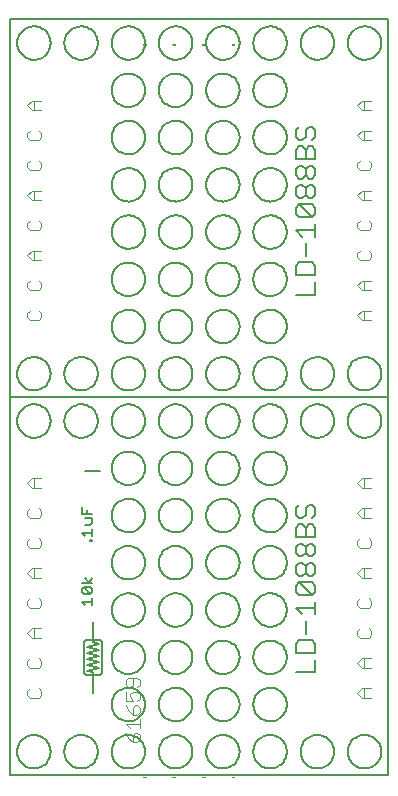
<source format=gto>
G75*
G70*
%OFA0B0*%
%FSLAX24Y24*%
%IPPOS*%
%LPD*%
%AMOC8*
5,1,8,0,0,1.08239X$1,22.5*
%
%ADD10C,0.0060*%
%ADD11C,0.0040*%
%ADD12C,0.0050*%
%ADD13C,0.0080*%
%ADD14C,0.0000*%
D10*
X002630Y007105D02*
X002517Y007218D01*
X002857Y007218D01*
X002857Y007105D02*
X002857Y007331D01*
X002800Y007473D02*
X002857Y007530D01*
X002857Y007643D01*
X002800Y007700D01*
X002574Y007700D01*
X002800Y007473D01*
X002574Y007473D01*
X002517Y007530D01*
X002517Y007643D01*
X002574Y007700D01*
X002517Y007841D02*
X002857Y007841D01*
X002744Y007841D02*
X002857Y008011D01*
X002744Y007841D02*
X002630Y008011D01*
X002800Y009221D02*
X002800Y009278D01*
X002857Y009278D01*
X002857Y009221D01*
X002800Y009221D01*
X002857Y009405D02*
X002857Y009632D01*
X002857Y009519D02*
X002517Y009519D01*
X002630Y009405D01*
X002630Y009774D02*
X002800Y009774D01*
X002857Y009830D01*
X002857Y010001D01*
X002630Y010001D01*
X002687Y010142D02*
X002687Y010255D01*
X002517Y010142D02*
X002517Y010369D01*
X002517Y010142D02*
X002857Y010142D01*
X009647Y010117D02*
X009754Y010010D01*
X009860Y010010D01*
X009967Y010117D01*
X009967Y010331D01*
X010074Y010437D01*
X010181Y010437D01*
X010288Y010331D01*
X010288Y010117D01*
X010181Y010010D01*
X010181Y009793D02*
X010074Y009793D01*
X009967Y009686D01*
X009967Y009366D01*
X009860Y009148D02*
X009967Y009042D01*
X009967Y008828D01*
X009860Y008721D01*
X009754Y008721D01*
X009647Y008828D01*
X009647Y009042D01*
X009754Y009148D01*
X009860Y009148D01*
X009967Y009042D02*
X010074Y009148D01*
X010181Y009148D01*
X010288Y009042D01*
X010288Y008828D01*
X010181Y008721D01*
X010074Y008721D01*
X009967Y008828D01*
X009860Y008504D02*
X009967Y008397D01*
X009967Y008183D01*
X009860Y008077D01*
X009754Y008077D01*
X009647Y008183D01*
X009647Y008397D01*
X009754Y008504D01*
X009860Y008504D01*
X009967Y008397D02*
X010074Y008504D01*
X010181Y008504D01*
X010288Y008397D01*
X010288Y008183D01*
X010181Y008077D01*
X010074Y008077D01*
X009967Y008183D01*
X009754Y007859D02*
X010181Y007432D01*
X010288Y007539D01*
X010288Y007752D01*
X010181Y007859D01*
X009754Y007859D01*
X009647Y007752D01*
X009647Y007539D01*
X009754Y007432D01*
X010181Y007432D01*
X010288Y007215D02*
X010288Y006788D01*
X010288Y007001D02*
X009647Y007001D01*
X009860Y006788D01*
X009967Y006570D02*
X009967Y006143D01*
X009754Y005926D02*
X009647Y005819D01*
X009647Y005498D01*
X010288Y005498D01*
X010288Y005819D01*
X010181Y005926D01*
X009754Y005926D01*
X009647Y004854D02*
X010288Y004854D01*
X010288Y005281D01*
X010288Y009366D02*
X009647Y009366D01*
X009647Y009686D01*
X009754Y009793D01*
X009860Y009793D01*
X009967Y009686D01*
X010181Y009793D02*
X010288Y009686D01*
X010288Y009366D01*
X009647Y010117D02*
X009647Y010331D01*
X009754Y010437D01*
X009647Y017452D02*
X010288Y017452D01*
X010288Y017879D01*
X010288Y018097D02*
X010288Y018417D01*
X010181Y018524D01*
X009754Y018524D01*
X009647Y018417D01*
X009647Y018097D01*
X010288Y018097D01*
X009967Y018741D02*
X009967Y019168D01*
X009860Y019386D02*
X009647Y019600D01*
X010288Y019600D01*
X010288Y019813D02*
X010288Y019386D01*
X010181Y020031D02*
X009754Y020458D01*
X010181Y020458D01*
X010288Y020351D01*
X010288Y020137D01*
X010181Y020031D01*
X009754Y020031D01*
X009647Y020137D01*
X009647Y020351D01*
X009754Y020458D01*
X009754Y020675D02*
X009860Y020675D01*
X009967Y020782D01*
X009967Y020995D01*
X010074Y021102D01*
X010181Y021102D01*
X010288Y020995D01*
X010288Y020782D01*
X010181Y020675D01*
X010074Y020675D01*
X009967Y020782D01*
X009967Y020995D02*
X009860Y021102D01*
X009754Y021102D01*
X009647Y020995D01*
X009647Y020782D01*
X009754Y020675D01*
X009754Y021320D02*
X009860Y021320D01*
X009967Y021426D01*
X009967Y021640D01*
X010074Y021747D01*
X010181Y021747D01*
X010288Y021640D01*
X010288Y021426D01*
X010181Y021320D01*
X010074Y021320D01*
X009967Y021426D01*
X009967Y021640D02*
X009860Y021747D01*
X009754Y021747D01*
X009647Y021640D01*
X009647Y021426D01*
X009754Y021320D01*
X009647Y021964D02*
X009647Y022284D01*
X009754Y022391D01*
X009860Y022391D01*
X009967Y022284D01*
X009967Y021964D01*
X009967Y022284D02*
X010074Y022391D01*
X010181Y022391D01*
X010288Y022284D01*
X010288Y021964D01*
X009647Y021964D01*
X009754Y022609D02*
X009860Y022609D01*
X009967Y022716D01*
X009967Y022929D01*
X010074Y023036D01*
X010181Y023036D01*
X010288Y022929D01*
X010288Y022716D01*
X010181Y022609D01*
X009754Y022609D02*
X009647Y022716D01*
X009647Y022929D01*
X009754Y023036D01*
D11*
X011694Y022766D02*
X011847Y022920D01*
X012154Y022920D01*
X012154Y022613D02*
X011847Y022613D01*
X011694Y022766D01*
X011924Y022613D02*
X011924Y022920D01*
X011924Y023613D02*
X011924Y023920D01*
X011847Y023920D02*
X012154Y023920D01*
X012154Y023613D02*
X011847Y023613D01*
X011694Y023766D01*
X011847Y023920D01*
X011771Y021920D02*
X011694Y021843D01*
X011694Y021689D01*
X011771Y021613D01*
X012077Y021613D01*
X012154Y021689D01*
X012154Y021843D01*
X012077Y021920D01*
X012154Y020920D02*
X011847Y020920D01*
X011694Y020766D01*
X011847Y020613D01*
X012154Y020613D01*
X011924Y020613D02*
X011924Y020920D01*
X011771Y019920D02*
X011694Y019843D01*
X011694Y019689D01*
X011771Y019613D01*
X012077Y019613D01*
X012154Y019689D01*
X012154Y019843D01*
X012077Y019920D01*
X012077Y018920D02*
X012154Y018843D01*
X012154Y018689D01*
X012077Y018613D01*
X011771Y018613D01*
X011694Y018689D01*
X011694Y018843D01*
X011771Y018920D01*
X011847Y017920D02*
X011694Y017766D01*
X011847Y017613D01*
X012154Y017613D01*
X012154Y017920D02*
X011847Y017920D01*
X011924Y017920D02*
X011924Y017613D01*
X011924Y016920D02*
X011924Y016613D01*
X011847Y016613D02*
X011694Y016766D01*
X011847Y016920D01*
X012154Y016920D01*
X012154Y016613D02*
X011847Y016613D01*
X011847Y011321D02*
X012154Y011321D01*
X012154Y011014D02*
X011847Y011014D01*
X011694Y011168D01*
X011847Y011321D01*
X011924Y011321D02*
X011924Y011014D01*
X011924Y010321D02*
X011924Y010014D01*
X011847Y010014D02*
X011694Y010168D01*
X011847Y010321D01*
X012154Y010321D01*
X012154Y010014D02*
X011847Y010014D01*
X011771Y009321D02*
X011694Y009244D01*
X011694Y009091D01*
X011771Y009014D01*
X012077Y009014D01*
X012154Y009091D01*
X012154Y009244D01*
X012077Y009321D01*
X012154Y008321D02*
X011847Y008321D01*
X011694Y008168D01*
X011847Y008014D01*
X012154Y008014D01*
X011924Y008014D02*
X011924Y008321D01*
X011771Y007321D02*
X011694Y007244D01*
X011694Y007091D01*
X011771Y007014D01*
X012077Y007014D01*
X012154Y007091D01*
X012154Y007244D01*
X012077Y007321D01*
X012077Y006321D02*
X012154Y006244D01*
X012154Y006091D01*
X012077Y006014D01*
X011771Y006014D01*
X011694Y006091D01*
X011694Y006244D01*
X011771Y006321D01*
X011847Y005321D02*
X011694Y005168D01*
X011847Y005014D01*
X012154Y005014D01*
X012154Y005321D02*
X011847Y005321D01*
X011924Y005321D02*
X011924Y005014D01*
X011924Y004321D02*
X011924Y004014D01*
X011847Y004014D02*
X011694Y004168D01*
X011847Y004321D01*
X012154Y004321D01*
X012154Y004014D02*
X011847Y004014D01*
X004436Y003986D02*
X004359Y003909D01*
X004436Y003986D02*
X004436Y004139D01*
X004359Y004216D01*
X004206Y004216D01*
X004129Y004139D01*
X004129Y004063D01*
X004206Y003909D01*
X003975Y003909D01*
X003975Y004216D01*
X004052Y004369D02*
X003975Y004446D01*
X003975Y004600D01*
X004052Y004676D01*
X004359Y004676D01*
X004436Y004600D01*
X004436Y004446D01*
X004359Y004369D01*
X004206Y004446D02*
X004206Y004676D01*
X004206Y004446D02*
X004129Y004369D01*
X004052Y004369D01*
X003975Y003756D02*
X004052Y003602D01*
X004206Y003449D01*
X004206Y003679D01*
X004282Y003756D01*
X004359Y003756D01*
X004436Y003679D01*
X004436Y003525D01*
X004359Y003449D01*
X004206Y003449D01*
X004436Y003295D02*
X004436Y002988D01*
X004436Y003142D02*
X003975Y003142D01*
X004129Y002988D01*
X004282Y002835D02*
X004206Y002758D01*
X004206Y002528D01*
X004359Y002528D01*
X004436Y002605D01*
X004436Y002758D01*
X004359Y002835D01*
X004282Y002835D01*
X004052Y002681D02*
X004206Y002528D01*
X004052Y002681D02*
X003975Y002835D01*
X001154Y004091D02*
X001154Y004244D01*
X001077Y004321D01*
X001154Y004091D02*
X001077Y004014D01*
X000771Y004014D01*
X000694Y004091D01*
X000694Y004244D01*
X000771Y004321D01*
X000771Y005014D02*
X001077Y005014D01*
X001154Y005091D01*
X001154Y005244D01*
X001077Y005321D01*
X000771Y005321D02*
X000694Y005244D01*
X000694Y005091D01*
X000771Y005014D01*
X000847Y006014D02*
X000694Y006168D01*
X000847Y006321D01*
X001154Y006321D01*
X000924Y006321D02*
X000924Y006014D01*
X000847Y006014D02*
X001154Y006014D01*
X001077Y007014D02*
X000771Y007014D01*
X000694Y007091D01*
X000694Y007244D01*
X000771Y007321D01*
X001077Y007321D02*
X001154Y007244D01*
X001154Y007091D01*
X001077Y007014D01*
X001154Y008014D02*
X000847Y008014D01*
X000694Y008168D01*
X000847Y008321D01*
X001154Y008321D01*
X000924Y008321D02*
X000924Y008014D01*
X000771Y009014D02*
X001077Y009014D01*
X001154Y009091D01*
X001154Y009244D01*
X001077Y009321D01*
X001077Y010014D02*
X001154Y010091D01*
X001154Y010244D01*
X001077Y010321D01*
X001077Y010014D02*
X000771Y010014D01*
X000694Y010091D01*
X000694Y010244D01*
X000771Y010321D01*
X000847Y011014D02*
X000694Y011168D01*
X000847Y011321D01*
X001154Y011321D01*
X000924Y011321D02*
X000924Y011014D01*
X000847Y011014D02*
X001154Y011014D01*
X000771Y009321D02*
X000694Y009244D01*
X000694Y009091D01*
X000771Y009014D01*
X000771Y016613D02*
X001077Y016613D01*
X001154Y016689D01*
X001154Y016843D01*
X001077Y016920D01*
X001077Y017613D02*
X001154Y017689D01*
X001154Y017843D01*
X001077Y017920D01*
X001077Y017613D02*
X000771Y017613D01*
X000694Y017689D01*
X000694Y017843D01*
X000771Y017920D01*
X000847Y018613D02*
X000694Y018766D01*
X000847Y018920D01*
X001154Y018920D01*
X000924Y018920D02*
X000924Y018613D01*
X000847Y018613D02*
X001154Y018613D01*
X001077Y019613D02*
X000771Y019613D01*
X000694Y019689D01*
X000694Y019843D01*
X000771Y019920D01*
X001077Y019920D02*
X001154Y019843D01*
X001154Y019689D01*
X001077Y019613D01*
X001154Y020613D02*
X000847Y020613D01*
X000694Y020766D01*
X000847Y020920D01*
X001154Y020920D01*
X000924Y020920D02*
X000924Y020613D01*
X000771Y021613D02*
X001077Y021613D01*
X001154Y021689D01*
X001154Y021843D01*
X001077Y021920D01*
X001077Y022613D02*
X001154Y022689D01*
X001154Y022843D01*
X001077Y022920D01*
X001077Y022613D02*
X000771Y022613D01*
X000694Y022689D01*
X000694Y022843D01*
X000771Y022920D01*
X000847Y023613D02*
X000694Y023766D01*
X000847Y023920D01*
X001154Y023920D01*
X000924Y023920D02*
X000924Y023613D01*
X000847Y023613D02*
X001154Y023613D01*
X000771Y021920D02*
X000694Y021843D01*
X000694Y021689D01*
X000771Y021613D01*
X000771Y016920D02*
X000694Y016843D01*
X000694Y016689D01*
X000771Y016613D01*
D12*
X000125Y001425D02*
X012723Y001425D01*
X012723Y014024D01*
X012723Y026622D01*
X000125Y026622D01*
X000125Y014024D01*
X012723Y014024D01*
X000125Y014024D01*
X000125Y001425D01*
X000355Y002213D02*
X000357Y002260D01*
X000363Y002306D01*
X000372Y002352D01*
X000386Y002396D01*
X000403Y002440D01*
X000424Y002481D01*
X000448Y002521D01*
X000475Y002559D01*
X000506Y002594D01*
X000539Y002627D01*
X000575Y002657D01*
X000614Y002683D01*
X000654Y002707D01*
X000696Y002726D01*
X000740Y002743D01*
X000785Y002755D01*
X000831Y002764D01*
X000877Y002769D01*
X000924Y002770D01*
X000970Y002767D01*
X001016Y002760D01*
X001062Y002749D01*
X001106Y002735D01*
X001149Y002717D01*
X001190Y002695D01*
X001230Y002670D01*
X001267Y002642D01*
X001302Y002611D01*
X001334Y002577D01*
X001363Y002540D01*
X001388Y002502D01*
X001411Y002461D01*
X001430Y002418D01*
X001445Y002374D01*
X001457Y002329D01*
X001465Y002283D01*
X001469Y002236D01*
X001469Y002190D01*
X001465Y002143D01*
X001457Y002097D01*
X001445Y002052D01*
X001430Y002008D01*
X001411Y001965D01*
X001388Y001924D01*
X001363Y001886D01*
X001334Y001849D01*
X001302Y001815D01*
X001267Y001784D01*
X001230Y001756D01*
X001191Y001731D01*
X001149Y001709D01*
X001106Y001691D01*
X001062Y001677D01*
X001016Y001666D01*
X000970Y001659D01*
X000924Y001656D01*
X000877Y001657D01*
X000831Y001662D01*
X000785Y001671D01*
X000740Y001683D01*
X000696Y001700D01*
X000654Y001719D01*
X000614Y001743D01*
X000575Y001769D01*
X000539Y001799D01*
X000506Y001832D01*
X000475Y001867D01*
X000448Y001905D01*
X000424Y001945D01*
X000403Y001986D01*
X000386Y002030D01*
X000372Y002074D01*
X000363Y002120D01*
X000357Y002166D01*
X000355Y002213D01*
X001930Y002213D02*
X001932Y002260D01*
X001938Y002306D01*
X001947Y002352D01*
X001961Y002396D01*
X001978Y002440D01*
X001999Y002481D01*
X002023Y002521D01*
X002050Y002559D01*
X002081Y002594D01*
X002114Y002627D01*
X002150Y002657D01*
X002189Y002683D01*
X002229Y002707D01*
X002271Y002726D01*
X002315Y002743D01*
X002360Y002755D01*
X002406Y002764D01*
X002452Y002769D01*
X002499Y002770D01*
X002545Y002767D01*
X002591Y002760D01*
X002637Y002749D01*
X002681Y002735D01*
X002724Y002717D01*
X002765Y002695D01*
X002805Y002670D01*
X002842Y002642D01*
X002877Y002611D01*
X002909Y002577D01*
X002938Y002540D01*
X002963Y002502D01*
X002986Y002461D01*
X003005Y002418D01*
X003020Y002374D01*
X003032Y002329D01*
X003040Y002283D01*
X003044Y002236D01*
X003044Y002190D01*
X003040Y002143D01*
X003032Y002097D01*
X003020Y002052D01*
X003005Y002008D01*
X002986Y001965D01*
X002963Y001924D01*
X002938Y001886D01*
X002909Y001849D01*
X002877Y001815D01*
X002842Y001784D01*
X002805Y001756D01*
X002766Y001731D01*
X002724Y001709D01*
X002681Y001691D01*
X002637Y001677D01*
X002591Y001666D01*
X002545Y001659D01*
X002499Y001656D01*
X002452Y001657D01*
X002406Y001662D01*
X002360Y001671D01*
X002315Y001683D01*
X002271Y001700D01*
X002229Y001719D01*
X002189Y001743D01*
X002150Y001769D01*
X002114Y001799D01*
X002081Y001832D01*
X002050Y001867D01*
X002023Y001905D01*
X001999Y001945D01*
X001978Y001986D01*
X001961Y002030D01*
X001947Y002074D01*
X001938Y002120D01*
X001932Y002166D01*
X001930Y002213D01*
X002881Y004173D02*
X002881Y004870D01*
X002684Y004919D01*
X003078Y005018D01*
X002684Y005116D01*
X003078Y005215D01*
X002684Y005313D01*
X003078Y005411D01*
X002684Y005510D01*
X003078Y005608D01*
X002684Y005707D01*
X003078Y005805D01*
X002881Y005854D01*
X002881Y006551D01*
X003076Y005953D02*
X002686Y005953D01*
X002669Y005951D01*
X002652Y005947D01*
X002636Y005940D01*
X002622Y005930D01*
X002609Y005917D01*
X002599Y005903D01*
X002592Y005887D01*
X002588Y005870D01*
X002586Y005853D01*
X002586Y004872D01*
X002588Y004855D01*
X002592Y004838D01*
X002599Y004822D01*
X002609Y004808D01*
X002622Y004795D01*
X002636Y004785D01*
X002652Y004778D01*
X002669Y004774D01*
X002686Y004772D01*
X003076Y004772D01*
X003093Y004774D01*
X003110Y004778D01*
X003126Y004785D01*
X003140Y004795D01*
X003153Y004808D01*
X003163Y004822D01*
X003170Y004838D01*
X003174Y004855D01*
X003176Y004872D01*
X003176Y005853D01*
X003174Y005870D01*
X003170Y005887D01*
X003163Y005903D01*
X003153Y005917D01*
X003140Y005930D01*
X003126Y005940D01*
X003110Y005947D01*
X003093Y005951D01*
X003076Y005953D01*
X003505Y005362D02*
X003507Y005409D01*
X003513Y005455D01*
X003522Y005501D01*
X003536Y005545D01*
X003553Y005589D01*
X003574Y005630D01*
X003598Y005670D01*
X003625Y005708D01*
X003656Y005743D01*
X003689Y005776D01*
X003725Y005806D01*
X003764Y005832D01*
X003804Y005856D01*
X003846Y005875D01*
X003890Y005892D01*
X003935Y005904D01*
X003981Y005913D01*
X004027Y005918D01*
X004074Y005919D01*
X004120Y005916D01*
X004166Y005909D01*
X004212Y005898D01*
X004256Y005884D01*
X004299Y005866D01*
X004340Y005844D01*
X004380Y005819D01*
X004417Y005791D01*
X004452Y005760D01*
X004484Y005726D01*
X004513Y005689D01*
X004538Y005651D01*
X004561Y005610D01*
X004580Y005567D01*
X004595Y005523D01*
X004607Y005478D01*
X004615Y005432D01*
X004619Y005385D01*
X004619Y005339D01*
X004615Y005292D01*
X004607Y005246D01*
X004595Y005201D01*
X004580Y005157D01*
X004561Y005114D01*
X004538Y005073D01*
X004513Y005035D01*
X004484Y004998D01*
X004452Y004964D01*
X004417Y004933D01*
X004380Y004905D01*
X004341Y004880D01*
X004299Y004858D01*
X004256Y004840D01*
X004212Y004826D01*
X004166Y004815D01*
X004120Y004808D01*
X004074Y004805D01*
X004027Y004806D01*
X003981Y004811D01*
X003935Y004820D01*
X003890Y004832D01*
X003846Y004849D01*
X003804Y004868D01*
X003764Y004892D01*
X003725Y004918D01*
X003689Y004948D01*
X003656Y004981D01*
X003625Y005016D01*
X003598Y005054D01*
X003574Y005094D01*
X003553Y005135D01*
X003536Y005179D01*
X003522Y005223D01*
X003513Y005269D01*
X003507Y005315D01*
X003505Y005362D01*
X003505Y006937D02*
X003507Y006984D01*
X003513Y007030D01*
X003522Y007076D01*
X003536Y007120D01*
X003553Y007164D01*
X003574Y007205D01*
X003598Y007245D01*
X003625Y007283D01*
X003656Y007318D01*
X003689Y007351D01*
X003725Y007381D01*
X003764Y007407D01*
X003804Y007431D01*
X003846Y007450D01*
X003890Y007467D01*
X003935Y007479D01*
X003981Y007488D01*
X004027Y007493D01*
X004074Y007494D01*
X004120Y007491D01*
X004166Y007484D01*
X004212Y007473D01*
X004256Y007459D01*
X004299Y007441D01*
X004340Y007419D01*
X004380Y007394D01*
X004417Y007366D01*
X004452Y007335D01*
X004484Y007301D01*
X004513Y007264D01*
X004538Y007226D01*
X004561Y007185D01*
X004580Y007142D01*
X004595Y007098D01*
X004607Y007053D01*
X004615Y007007D01*
X004619Y006960D01*
X004619Y006914D01*
X004615Y006867D01*
X004607Y006821D01*
X004595Y006776D01*
X004580Y006732D01*
X004561Y006689D01*
X004538Y006648D01*
X004513Y006610D01*
X004484Y006573D01*
X004452Y006539D01*
X004417Y006508D01*
X004380Y006480D01*
X004341Y006455D01*
X004299Y006433D01*
X004256Y006415D01*
X004212Y006401D01*
X004166Y006390D01*
X004120Y006383D01*
X004074Y006380D01*
X004027Y006381D01*
X003981Y006386D01*
X003935Y006395D01*
X003890Y006407D01*
X003846Y006424D01*
X003804Y006443D01*
X003764Y006467D01*
X003725Y006493D01*
X003689Y006523D01*
X003656Y006556D01*
X003625Y006591D01*
X003598Y006629D01*
X003574Y006669D01*
X003553Y006710D01*
X003536Y006754D01*
X003522Y006798D01*
X003513Y006844D01*
X003507Y006890D01*
X003505Y006937D01*
X003505Y008512D02*
X003507Y008559D01*
X003513Y008605D01*
X003522Y008651D01*
X003536Y008695D01*
X003553Y008739D01*
X003574Y008780D01*
X003598Y008820D01*
X003625Y008858D01*
X003656Y008893D01*
X003689Y008926D01*
X003725Y008956D01*
X003764Y008982D01*
X003804Y009006D01*
X003846Y009025D01*
X003890Y009042D01*
X003935Y009054D01*
X003981Y009063D01*
X004027Y009068D01*
X004074Y009069D01*
X004120Y009066D01*
X004166Y009059D01*
X004212Y009048D01*
X004256Y009034D01*
X004299Y009016D01*
X004340Y008994D01*
X004380Y008969D01*
X004417Y008941D01*
X004452Y008910D01*
X004484Y008876D01*
X004513Y008839D01*
X004538Y008801D01*
X004561Y008760D01*
X004580Y008717D01*
X004595Y008673D01*
X004607Y008628D01*
X004615Y008582D01*
X004619Y008535D01*
X004619Y008489D01*
X004615Y008442D01*
X004607Y008396D01*
X004595Y008351D01*
X004580Y008307D01*
X004561Y008264D01*
X004538Y008223D01*
X004513Y008185D01*
X004484Y008148D01*
X004452Y008114D01*
X004417Y008083D01*
X004380Y008055D01*
X004341Y008030D01*
X004299Y008008D01*
X004256Y007990D01*
X004212Y007976D01*
X004166Y007965D01*
X004120Y007958D01*
X004074Y007955D01*
X004027Y007956D01*
X003981Y007961D01*
X003935Y007970D01*
X003890Y007982D01*
X003846Y007999D01*
X003804Y008018D01*
X003764Y008042D01*
X003725Y008068D01*
X003689Y008098D01*
X003656Y008131D01*
X003625Y008166D01*
X003598Y008204D01*
X003574Y008244D01*
X003553Y008285D01*
X003536Y008329D01*
X003522Y008373D01*
X003513Y008419D01*
X003507Y008465D01*
X003505Y008512D01*
X003505Y010087D02*
X003507Y010134D01*
X003513Y010180D01*
X003522Y010226D01*
X003536Y010270D01*
X003553Y010314D01*
X003574Y010355D01*
X003598Y010395D01*
X003625Y010433D01*
X003656Y010468D01*
X003689Y010501D01*
X003725Y010531D01*
X003764Y010557D01*
X003804Y010581D01*
X003846Y010600D01*
X003890Y010617D01*
X003935Y010629D01*
X003981Y010638D01*
X004027Y010643D01*
X004074Y010644D01*
X004120Y010641D01*
X004166Y010634D01*
X004212Y010623D01*
X004256Y010609D01*
X004299Y010591D01*
X004340Y010569D01*
X004380Y010544D01*
X004417Y010516D01*
X004452Y010485D01*
X004484Y010451D01*
X004513Y010414D01*
X004538Y010376D01*
X004561Y010335D01*
X004580Y010292D01*
X004595Y010248D01*
X004607Y010203D01*
X004615Y010157D01*
X004619Y010110D01*
X004619Y010064D01*
X004615Y010017D01*
X004607Y009971D01*
X004595Y009926D01*
X004580Y009882D01*
X004561Y009839D01*
X004538Y009798D01*
X004513Y009760D01*
X004484Y009723D01*
X004452Y009689D01*
X004417Y009658D01*
X004380Y009630D01*
X004341Y009605D01*
X004299Y009583D01*
X004256Y009565D01*
X004212Y009551D01*
X004166Y009540D01*
X004120Y009533D01*
X004074Y009530D01*
X004027Y009531D01*
X003981Y009536D01*
X003935Y009545D01*
X003890Y009557D01*
X003846Y009574D01*
X003804Y009593D01*
X003764Y009617D01*
X003725Y009643D01*
X003689Y009673D01*
X003656Y009706D01*
X003625Y009741D01*
X003598Y009779D01*
X003574Y009819D01*
X003553Y009860D01*
X003536Y009904D01*
X003522Y009948D01*
X003513Y009994D01*
X003507Y010040D01*
X003505Y010087D01*
X003505Y011661D02*
X003507Y011708D01*
X003513Y011754D01*
X003522Y011800D01*
X003536Y011844D01*
X003553Y011888D01*
X003574Y011929D01*
X003598Y011969D01*
X003625Y012007D01*
X003656Y012042D01*
X003689Y012075D01*
X003725Y012105D01*
X003764Y012131D01*
X003804Y012155D01*
X003846Y012174D01*
X003890Y012191D01*
X003935Y012203D01*
X003981Y012212D01*
X004027Y012217D01*
X004074Y012218D01*
X004120Y012215D01*
X004166Y012208D01*
X004212Y012197D01*
X004256Y012183D01*
X004299Y012165D01*
X004340Y012143D01*
X004380Y012118D01*
X004417Y012090D01*
X004452Y012059D01*
X004484Y012025D01*
X004513Y011988D01*
X004538Y011950D01*
X004561Y011909D01*
X004580Y011866D01*
X004595Y011822D01*
X004607Y011777D01*
X004615Y011731D01*
X004619Y011684D01*
X004619Y011638D01*
X004615Y011591D01*
X004607Y011545D01*
X004595Y011500D01*
X004580Y011456D01*
X004561Y011413D01*
X004538Y011372D01*
X004513Y011334D01*
X004484Y011297D01*
X004452Y011263D01*
X004417Y011232D01*
X004380Y011204D01*
X004341Y011179D01*
X004299Y011157D01*
X004256Y011139D01*
X004212Y011125D01*
X004166Y011114D01*
X004120Y011107D01*
X004074Y011104D01*
X004027Y011105D01*
X003981Y011110D01*
X003935Y011119D01*
X003890Y011131D01*
X003846Y011148D01*
X003804Y011167D01*
X003764Y011191D01*
X003725Y011217D01*
X003689Y011247D01*
X003656Y011280D01*
X003625Y011315D01*
X003598Y011353D01*
X003574Y011393D01*
X003553Y011434D01*
X003536Y011478D01*
X003522Y011522D01*
X003513Y011568D01*
X003507Y011614D01*
X003505Y011661D01*
X003505Y013236D02*
X003507Y013283D01*
X003513Y013329D01*
X003522Y013375D01*
X003536Y013419D01*
X003553Y013463D01*
X003574Y013504D01*
X003598Y013544D01*
X003625Y013582D01*
X003656Y013617D01*
X003689Y013650D01*
X003725Y013680D01*
X003764Y013706D01*
X003804Y013730D01*
X003846Y013749D01*
X003890Y013766D01*
X003935Y013778D01*
X003981Y013787D01*
X004027Y013792D01*
X004074Y013793D01*
X004120Y013790D01*
X004166Y013783D01*
X004212Y013772D01*
X004256Y013758D01*
X004299Y013740D01*
X004340Y013718D01*
X004380Y013693D01*
X004417Y013665D01*
X004452Y013634D01*
X004484Y013600D01*
X004513Y013563D01*
X004538Y013525D01*
X004561Y013484D01*
X004580Y013441D01*
X004595Y013397D01*
X004607Y013352D01*
X004615Y013306D01*
X004619Y013259D01*
X004619Y013213D01*
X004615Y013166D01*
X004607Y013120D01*
X004595Y013075D01*
X004580Y013031D01*
X004561Y012988D01*
X004538Y012947D01*
X004513Y012909D01*
X004484Y012872D01*
X004452Y012838D01*
X004417Y012807D01*
X004380Y012779D01*
X004341Y012754D01*
X004299Y012732D01*
X004256Y012714D01*
X004212Y012700D01*
X004166Y012689D01*
X004120Y012682D01*
X004074Y012679D01*
X004027Y012680D01*
X003981Y012685D01*
X003935Y012694D01*
X003890Y012706D01*
X003846Y012723D01*
X003804Y012742D01*
X003764Y012766D01*
X003725Y012792D01*
X003689Y012822D01*
X003656Y012855D01*
X003625Y012890D01*
X003598Y012928D01*
X003574Y012968D01*
X003553Y013009D01*
X003536Y013053D01*
X003522Y013097D01*
X003513Y013143D01*
X003507Y013189D01*
X003505Y013236D01*
X003505Y014811D02*
X003507Y014858D01*
X003513Y014904D01*
X003522Y014950D01*
X003536Y014994D01*
X003553Y015038D01*
X003574Y015079D01*
X003598Y015119D01*
X003625Y015157D01*
X003656Y015192D01*
X003689Y015225D01*
X003725Y015255D01*
X003764Y015281D01*
X003804Y015305D01*
X003846Y015324D01*
X003890Y015341D01*
X003935Y015353D01*
X003981Y015362D01*
X004027Y015367D01*
X004074Y015368D01*
X004120Y015365D01*
X004166Y015358D01*
X004212Y015347D01*
X004256Y015333D01*
X004299Y015315D01*
X004340Y015293D01*
X004380Y015268D01*
X004417Y015240D01*
X004452Y015209D01*
X004484Y015175D01*
X004513Y015138D01*
X004538Y015100D01*
X004561Y015059D01*
X004580Y015016D01*
X004595Y014972D01*
X004607Y014927D01*
X004615Y014881D01*
X004619Y014834D01*
X004619Y014788D01*
X004615Y014741D01*
X004607Y014695D01*
X004595Y014650D01*
X004580Y014606D01*
X004561Y014563D01*
X004538Y014522D01*
X004513Y014484D01*
X004484Y014447D01*
X004452Y014413D01*
X004417Y014382D01*
X004380Y014354D01*
X004341Y014329D01*
X004299Y014307D01*
X004256Y014289D01*
X004212Y014275D01*
X004166Y014264D01*
X004120Y014257D01*
X004074Y014254D01*
X004027Y014255D01*
X003981Y014260D01*
X003935Y014269D01*
X003890Y014281D01*
X003846Y014298D01*
X003804Y014317D01*
X003764Y014341D01*
X003725Y014367D01*
X003689Y014397D01*
X003656Y014430D01*
X003625Y014465D01*
X003598Y014503D01*
X003574Y014543D01*
X003553Y014584D01*
X003536Y014628D01*
X003522Y014672D01*
X003513Y014718D01*
X003507Y014764D01*
X003505Y014811D01*
X003505Y016386D02*
X003507Y016433D01*
X003513Y016479D01*
X003522Y016525D01*
X003536Y016569D01*
X003553Y016613D01*
X003574Y016654D01*
X003598Y016694D01*
X003625Y016732D01*
X003656Y016767D01*
X003689Y016800D01*
X003725Y016830D01*
X003764Y016856D01*
X003804Y016880D01*
X003846Y016899D01*
X003890Y016916D01*
X003935Y016928D01*
X003981Y016937D01*
X004027Y016942D01*
X004074Y016943D01*
X004120Y016940D01*
X004166Y016933D01*
X004212Y016922D01*
X004256Y016908D01*
X004299Y016890D01*
X004340Y016868D01*
X004380Y016843D01*
X004417Y016815D01*
X004452Y016784D01*
X004484Y016750D01*
X004513Y016713D01*
X004538Y016675D01*
X004561Y016634D01*
X004580Y016591D01*
X004595Y016547D01*
X004607Y016502D01*
X004615Y016456D01*
X004619Y016409D01*
X004619Y016363D01*
X004615Y016316D01*
X004607Y016270D01*
X004595Y016225D01*
X004580Y016181D01*
X004561Y016138D01*
X004538Y016097D01*
X004513Y016059D01*
X004484Y016022D01*
X004452Y015988D01*
X004417Y015957D01*
X004380Y015929D01*
X004341Y015904D01*
X004299Y015882D01*
X004256Y015864D01*
X004212Y015850D01*
X004166Y015839D01*
X004120Y015832D01*
X004074Y015829D01*
X004027Y015830D01*
X003981Y015835D01*
X003935Y015844D01*
X003890Y015856D01*
X003846Y015873D01*
X003804Y015892D01*
X003764Y015916D01*
X003725Y015942D01*
X003689Y015972D01*
X003656Y016005D01*
X003625Y016040D01*
X003598Y016078D01*
X003574Y016118D01*
X003553Y016159D01*
X003536Y016203D01*
X003522Y016247D01*
X003513Y016293D01*
X003507Y016339D01*
X003505Y016386D01*
X003505Y017961D02*
X003507Y018008D01*
X003513Y018054D01*
X003522Y018100D01*
X003536Y018144D01*
X003553Y018188D01*
X003574Y018229D01*
X003598Y018269D01*
X003625Y018307D01*
X003656Y018342D01*
X003689Y018375D01*
X003725Y018405D01*
X003764Y018431D01*
X003804Y018455D01*
X003846Y018474D01*
X003890Y018491D01*
X003935Y018503D01*
X003981Y018512D01*
X004027Y018517D01*
X004074Y018518D01*
X004120Y018515D01*
X004166Y018508D01*
X004212Y018497D01*
X004256Y018483D01*
X004299Y018465D01*
X004340Y018443D01*
X004380Y018418D01*
X004417Y018390D01*
X004452Y018359D01*
X004484Y018325D01*
X004513Y018288D01*
X004538Y018250D01*
X004561Y018209D01*
X004580Y018166D01*
X004595Y018122D01*
X004607Y018077D01*
X004615Y018031D01*
X004619Y017984D01*
X004619Y017938D01*
X004615Y017891D01*
X004607Y017845D01*
X004595Y017800D01*
X004580Y017756D01*
X004561Y017713D01*
X004538Y017672D01*
X004513Y017634D01*
X004484Y017597D01*
X004452Y017563D01*
X004417Y017532D01*
X004380Y017504D01*
X004341Y017479D01*
X004299Y017457D01*
X004256Y017439D01*
X004212Y017425D01*
X004166Y017414D01*
X004120Y017407D01*
X004074Y017404D01*
X004027Y017405D01*
X003981Y017410D01*
X003935Y017419D01*
X003890Y017431D01*
X003846Y017448D01*
X003804Y017467D01*
X003764Y017491D01*
X003725Y017517D01*
X003689Y017547D01*
X003656Y017580D01*
X003625Y017615D01*
X003598Y017653D01*
X003574Y017693D01*
X003553Y017734D01*
X003536Y017778D01*
X003522Y017822D01*
X003513Y017868D01*
X003507Y017914D01*
X003505Y017961D01*
X003505Y019535D02*
X003507Y019582D01*
X003513Y019628D01*
X003522Y019674D01*
X003536Y019718D01*
X003553Y019762D01*
X003574Y019803D01*
X003598Y019843D01*
X003625Y019881D01*
X003656Y019916D01*
X003689Y019949D01*
X003725Y019979D01*
X003764Y020005D01*
X003804Y020029D01*
X003846Y020048D01*
X003890Y020065D01*
X003935Y020077D01*
X003981Y020086D01*
X004027Y020091D01*
X004074Y020092D01*
X004120Y020089D01*
X004166Y020082D01*
X004212Y020071D01*
X004256Y020057D01*
X004299Y020039D01*
X004340Y020017D01*
X004380Y019992D01*
X004417Y019964D01*
X004452Y019933D01*
X004484Y019899D01*
X004513Y019862D01*
X004538Y019824D01*
X004561Y019783D01*
X004580Y019740D01*
X004595Y019696D01*
X004607Y019651D01*
X004615Y019605D01*
X004619Y019558D01*
X004619Y019512D01*
X004615Y019465D01*
X004607Y019419D01*
X004595Y019374D01*
X004580Y019330D01*
X004561Y019287D01*
X004538Y019246D01*
X004513Y019208D01*
X004484Y019171D01*
X004452Y019137D01*
X004417Y019106D01*
X004380Y019078D01*
X004341Y019053D01*
X004299Y019031D01*
X004256Y019013D01*
X004212Y018999D01*
X004166Y018988D01*
X004120Y018981D01*
X004074Y018978D01*
X004027Y018979D01*
X003981Y018984D01*
X003935Y018993D01*
X003890Y019005D01*
X003846Y019022D01*
X003804Y019041D01*
X003764Y019065D01*
X003725Y019091D01*
X003689Y019121D01*
X003656Y019154D01*
X003625Y019189D01*
X003598Y019227D01*
X003574Y019267D01*
X003553Y019308D01*
X003536Y019352D01*
X003522Y019396D01*
X003513Y019442D01*
X003507Y019488D01*
X003505Y019535D01*
X003505Y021110D02*
X003507Y021157D01*
X003513Y021203D01*
X003522Y021249D01*
X003536Y021293D01*
X003553Y021337D01*
X003574Y021378D01*
X003598Y021418D01*
X003625Y021456D01*
X003656Y021491D01*
X003689Y021524D01*
X003725Y021554D01*
X003764Y021580D01*
X003804Y021604D01*
X003846Y021623D01*
X003890Y021640D01*
X003935Y021652D01*
X003981Y021661D01*
X004027Y021666D01*
X004074Y021667D01*
X004120Y021664D01*
X004166Y021657D01*
X004212Y021646D01*
X004256Y021632D01*
X004299Y021614D01*
X004340Y021592D01*
X004380Y021567D01*
X004417Y021539D01*
X004452Y021508D01*
X004484Y021474D01*
X004513Y021437D01*
X004538Y021399D01*
X004561Y021358D01*
X004580Y021315D01*
X004595Y021271D01*
X004607Y021226D01*
X004615Y021180D01*
X004619Y021133D01*
X004619Y021087D01*
X004615Y021040D01*
X004607Y020994D01*
X004595Y020949D01*
X004580Y020905D01*
X004561Y020862D01*
X004538Y020821D01*
X004513Y020783D01*
X004484Y020746D01*
X004452Y020712D01*
X004417Y020681D01*
X004380Y020653D01*
X004341Y020628D01*
X004299Y020606D01*
X004256Y020588D01*
X004212Y020574D01*
X004166Y020563D01*
X004120Y020556D01*
X004074Y020553D01*
X004027Y020554D01*
X003981Y020559D01*
X003935Y020568D01*
X003890Y020580D01*
X003846Y020597D01*
X003804Y020616D01*
X003764Y020640D01*
X003725Y020666D01*
X003689Y020696D01*
X003656Y020729D01*
X003625Y020764D01*
X003598Y020802D01*
X003574Y020842D01*
X003553Y020883D01*
X003536Y020927D01*
X003522Y020971D01*
X003513Y021017D01*
X003507Y021063D01*
X003505Y021110D01*
X003505Y022685D02*
X003507Y022732D01*
X003513Y022778D01*
X003522Y022824D01*
X003536Y022868D01*
X003553Y022912D01*
X003574Y022953D01*
X003598Y022993D01*
X003625Y023031D01*
X003656Y023066D01*
X003689Y023099D01*
X003725Y023129D01*
X003764Y023155D01*
X003804Y023179D01*
X003846Y023198D01*
X003890Y023215D01*
X003935Y023227D01*
X003981Y023236D01*
X004027Y023241D01*
X004074Y023242D01*
X004120Y023239D01*
X004166Y023232D01*
X004212Y023221D01*
X004256Y023207D01*
X004299Y023189D01*
X004340Y023167D01*
X004380Y023142D01*
X004417Y023114D01*
X004452Y023083D01*
X004484Y023049D01*
X004513Y023012D01*
X004538Y022974D01*
X004561Y022933D01*
X004580Y022890D01*
X004595Y022846D01*
X004607Y022801D01*
X004615Y022755D01*
X004619Y022708D01*
X004619Y022662D01*
X004615Y022615D01*
X004607Y022569D01*
X004595Y022524D01*
X004580Y022480D01*
X004561Y022437D01*
X004538Y022396D01*
X004513Y022358D01*
X004484Y022321D01*
X004452Y022287D01*
X004417Y022256D01*
X004380Y022228D01*
X004341Y022203D01*
X004299Y022181D01*
X004256Y022163D01*
X004212Y022149D01*
X004166Y022138D01*
X004120Y022131D01*
X004074Y022128D01*
X004027Y022129D01*
X003981Y022134D01*
X003935Y022143D01*
X003890Y022155D01*
X003846Y022172D01*
X003804Y022191D01*
X003764Y022215D01*
X003725Y022241D01*
X003689Y022271D01*
X003656Y022304D01*
X003625Y022339D01*
X003598Y022377D01*
X003574Y022417D01*
X003553Y022458D01*
X003536Y022502D01*
X003522Y022546D01*
X003513Y022592D01*
X003507Y022638D01*
X003505Y022685D01*
X003505Y024260D02*
X003507Y024307D01*
X003513Y024353D01*
X003522Y024399D01*
X003536Y024443D01*
X003553Y024487D01*
X003574Y024528D01*
X003598Y024568D01*
X003625Y024606D01*
X003656Y024641D01*
X003689Y024674D01*
X003725Y024704D01*
X003764Y024730D01*
X003804Y024754D01*
X003846Y024773D01*
X003890Y024790D01*
X003935Y024802D01*
X003981Y024811D01*
X004027Y024816D01*
X004074Y024817D01*
X004120Y024814D01*
X004166Y024807D01*
X004212Y024796D01*
X004256Y024782D01*
X004299Y024764D01*
X004340Y024742D01*
X004380Y024717D01*
X004417Y024689D01*
X004452Y024658D01*
X004484Y024624D01*
X004513Y024587D01*
X004538Y024549D01*
X004561Y024508D01*
X004580Y024465D01*
X004595Y024421D01*
X004607Y024376D01*
X004615Y024330D01*
X004619Y024283D01*
X004619Y024237D01*
X004615Y024190D01*
X004607Y024144D01*
X004595Y024099D01*
X004580Y024055D01*
X004561Y024012D01*
X004538Y023971D01*
X004513Y023933D01*
X004484Y023896D01*
X004452Y023862D01*
X004417Y023831D01*
X004380Y023803D01*
X004341Y023778D01*
X004299Y023756D01*
X004256Y023738D01*
X004212Y023724D01*
X004166Y023713D01*
X004120Y023706D01*
X004074Y023703D01*
X004027Y023704D01*
X003981Y023709D01*
X003935Y023718D01*
X003890Y023730D01*
X003846Y023747D01*
X003804Y023766D01*
X003764Y023790D01*
X003725Y023816D01*
X003689Y023846D01*
X003656Y023879D01*
X003625Y023914D01*
X003598Y023952D01*
X003574Y023992D01*
X003553Y024033D01*
X003536Y024077D01*
X003522Y024121D01*
X003513Y024167D01*
X003507Y024213D01*
X003505Y024260D01*
X003505Y025835D02*
X003507Y025882D01*
X003513Y025928D01*
X003522Y025974D01*
X003536Y026018D01*
X003553Y026062D01*
X003574Y026103D01*
X003598Y026143D01*
X003625Y026181D01*
X003656Y026216D01*
X003689Y026249D01*
X003725Y026279D01*
X003764Y026305D01*
X003804Y026329D01*
X003846Y026348D01*
X003890Y026365D01*
X003935Y026377D01*
X003981Y026386D01*
X004027Y026391D01*
X004074Y026392D01*
X004120Y026389D01*
X004166Y026382D01*
X004212Y026371D01*
X004256Y026357D01*
X004299Y026339D01*
X004340Y026317D01*
X004380Y026292D01*
X004417Y026264D01*
X004452Y026233D01*
X004484Y026199D01*
X004513Y026162D01*
X004538Y026124D01*
X004561Y026083D01*
X004580Y026040D01*
X004595Y025996D01*
X004607Y025951D01*
X004615Y025905D01*
X004619Y025858D01*
X004619Y025812D01*
X004615Y025765D01*
X004607Y025719D01*
X004595Y025674D01*
X004580Y025630D01*
X004561Y025587D01*
X004538Y025546D01*
X004513Y025508D01*
X004484Y025471D01*
X004452Y025437D01*
X004417Y025406D01*
X004380Y025378D01*
X004341Y025353D01*
X004299Y025331D01*
X004256Y025313D01*
X004212Y025299D01*
X004166Y025288D01*
X004120Y025281D01*
X004074Y025278D01*
X004027Y025279D01*
X003981Y025284D01*
X003935Y025293D01*
X003890Y025305D01*
X003846Y025322D01*
X003804Y025341D01*
X003764Y025365D01*
X003725Y025391D01*
X003689Y025421D01*
X003656Y025454D01*
X003625Y025489D01*
X003598Y025527D01*
X003574Y025567D01*
X003553Y025608D01*
X003536Y025652D01*
X003522Y025696D01*
X003513Y025742D01*
X003507Y025788D01*
X003505Y025835D01*
X001930Y025835D02*
X001932Y025882D01*
X001938Y025928D01*
X001947Y025974D01*
X001961Y026018D01*
X001978Y026062D01*
X001999Y026103D01*
X002023Y026143D01*
X002050Y026181D01*
X002081Y026216D01*
X002114Y026249D01*
X002150Y026279D01*
X002189Y026305D01*
X002229Y026329D01*
X002271Y026348D01*
X002315Y026365D01*
X002360Y026377D01*
X002406Y026386D01*
X002452Y026391D01*
X002499Y026392D01*
X002545Y026389D01*
X002591Y026382D01*
X002637Y026371D01*
X002681Y026357D01*
X002724Y026339D01*
X002765Y026317D01*
X002805Y026292D01*
X002842Y026264D01*
X002877Y026233D01*
X002909Y026199D01*
X002938Y026162D01*
X002963Y026124D01*
X002986Y026083D01*
X003005Y026040D01*
X003020Y025996D01*
X003032Y025951D01*
X003040Y025905D01*
X003044Y025858D01*
X003044Y025812D01*
X003040Y025765D01*
X003032Y025719D01*
X003020Y025674D01*
X003005Y025630D01*
X002986Y025587D01*
X002963Y025546D01*
X002938Y025508D01*
X002909Y025471D01*
X002877Y025437D01*
X002842Y025406D01*
X002805Y025378D01*
X002766Y025353D01*
X002724Y025331D01*
X002681Y025313D01*
X002637Y025299D01*
X002591Y025288D01*
X002545Y025281D01*
X002499Y025278D01*
X002452Y025279D01*
X002406Y025284D01*
X002360Y025293D01*
X002315Y025305D01*
X002271Y025322D01*
X002229Y025341D01*
X002189Y025365D01*
X002150Y025391D01*
X002114Y025421D01*
X002081Y025454D01*
X002050Y025489D01*
X002023Y025527D01*
X001999Y025567D01*
X001978Y025608D01*
X001961Y025652D01*
X001947Y025696D01*
X001938Y025742D01*
X001932Y025788D01*
X001930Y025835D01*
X000355Y025835D02*
X000357Y025882D01*
X000363Y025928D01*
X000372Y025974D01*
X000386Y026018D01*
X000403Y026062D01*
X000424Y026103D01*
X000448Y026143D01*
X000475Y026181D01*
X000506Y026216D01*
X000539Y026249D01*
X000575Y026279D01*
X000614Y026305D01*
X000654Y026329D01*
X000696Y026348D01*
X000740Y026365D01*
X000785Y026377D01*
X000831Y026386D01*
X000877Y026391D01*
X000924Y026392D01*
X000970Y026389D01*
X001016Y026382D01*
X001062Y026371D01*
X001106Y026357D01*
X001149Y026339D01*
X001190Y026317D01*
X001230Y026292D01*
X001267Y026264D01*
X001302Y026233D01*
X001334Y026199D01*
X001363Y026162D01*
X001388Y026124D01*
X001411Y026083D01*
X001430Y026040D01*
X001445Y025996D01*
X001457Y025951D01*
X001465Y025905D01*
X001469Y025858D01*
X001469Y025812D01*
X001465Y025765D01*
X001457Y025719D01*
X001445Y025674D01*
X001430Y025630D01*
X001411Y025587D01*
X001388Y025546D01*
X001363Y025508D01*
X001334Y025471D01*
X001302Y025437D01*
X001267Y025406D01*
X001230Y025378D01*
X001191Y025353D01*
X001149Y025331D01*
X001106Y025313D01*
X001062Y025299D01*
X001016Y025288D01*
X000970Y025281D01*
X000924Y025278D01*
X000877Y025279D01*
X000831Y025284D01*
X000785Y025293D01*
X000740Y025305D01*
X000696Y025322D01*
X000654Y025341D01*
X000614Y025365D01*
X000575Y025391D01*
X000539Y025421D01*
X000506Y025454D01*
X000475Y025489D01*
X000448Y025527D01*
X000424Y025567D01*
X000403Y025608D01*
X000386Y025652D01*
X000372Y025696D01*
X000363Y025742D01*
X000357Y025788D01*
X000355Y025835D01*
X000355Y014811D02*
X000357Y014858D01*
X000363Y014904D01*
X000372Y014950D01*
X000386Y014994D01*
X000403Y015038D01*
X000424Y015079D01*
X000448Y015119D01*
X000475Y015157D01*
X000506Y015192D01*
X000539Y015225D01*
X000575Y015255D01*
X000614Y015281D01*
X000654Y015305D01*
X000696Y015324D01*
X000740Y015341D01*
X000785Y015353D01*
X000831Y015362D01*
X000877Y015367D01*
X000924Y015368D01*
X000970Y015365D01*
X001016Y015358D01*
X001062Y015347D01*
X001106Y015333D01*
X001149Y015315D01*
X001190Y015293D01*
X001230Y015268D01*
X001267Y015240D01*
X001302Y015209D01*
X001334Y015175D01*
X001363Y015138D01*
X001388Y015100D01*
X001411Y015059D01*
X001430Y015016D01*
X001445Y014972D01*
X001457Y014927D01*
X001465Y014881D01*
X001469Y014834D01*
X001469Y014788D01*
X001465Y014741D01*
X001457Y014695D01*
X001445Y014650D01*
X001430Y014606D01*
X001411Y014563D01*
X001388Y014522D01*
X001363Y014484D01*
X001334Y014447D01*
X001302Y014413D01*
X001267Y014382D01*
X001230Y014354D01*
X001191Y014329D01*
X001149Y014307D01*
X001106Y014289D01*
X001062Y014275D01*
X001016Y014264D01*
X000970Y014257D01*
X000924Y014254D01*
X000877Y014255D01*
X000831Y014260D01*
X000785Y014269D01*
X000740Y014281D01*
X000696Y014298D01*
X000654Y014317D01*
X000614Y014341D01*
X000575Y014367D01*
X000539Y014397D01*
X000506Y014430D01*
X000475Y014465D01*
X000448Y014503D01*
X000424Y014543D01*
X000403Y014584D01*
X000386Y014628D01*
X000372Y014672D01*
X000363Y014718D01*
X000357Y014764D01*
X000355Y014811D01*
X000355Y013236D02*
X000357Y013283D01*
X000363Y013329D01*
X000372Y013375D01*
X000386Y013419D01*
X000403Y013463D01*
X000424Y013504D01*
X000448Y013544D01*
X000475Y013582D01*
X000506Y013617D01*
X000539Y013650D01*
X000575Y013680D01*
X000614Y013706D01*
X000654Y013730D01*
X000696Y013749D01*
X000740Y013766D01*
X000785Y013778D01*
X000831Y013787D01*
X000877Y013792D01*
X000924Y013793D01*
X000970Y013790D01*
X001016Y013783D01*
X001062Y013772D01*
X001106Y013758D01*
X001149Y013740D01*
X001190Y013718D01*
X001230Y013693D01*
X001267Y013665D01*
X001302Y013634D01*
X001334Y013600D01*
X001363Y013563D01*
X001388Y013525D01*
X001411Y013484D01*
X001430Y013441D01*
X001445Y013397D01*
X001457Y013352D01*
X001465Y013306D01*
X001469Y013259D01*
X001469Y013213D01*
X001465Y013166D01*
X001457Y013120D01*
X001445Y013075D01*
X001430Y013031D01*
X001411Y012988D01*
X001388Y012947D01*
X001363Y012909D01*
X001334Y012872D01*
X001302Y012838D01*
X001267Y012807D01*
X001230Y012779D01*
X001191Y012754D01*
X001149Y012732D01*
X001106Y012714D01*
X001062Y012700D01*
X001016Y012689D01*
X000970Y012682D01*
X000924Y012679D01*
X000877Y012680D01*
X000831Y012685D01*
X000785Y012694D01*
X000740Y012706D01*
X000696Y012723D01*
X000654Y012742D01*
X000614Y012766D01*
X000575Y012792D01*
X000539Y012822D01*
X000506Y012855D01*
X000475Y012890D01*
X000448Y012928D01*
X000424Y012968D01*
X000403Y013009D01*
X000386Y013053D01*
X000372Y013097D01*
X000363Y013143D01*
X000357Y013189D01*
X000355Y013236D01*
X001930Y013236D02*
X001932Y013283D01*
X001938Y013329D01*
X001947Y013375D01*
X001961Y013419D01*
X001978Y013463D01*
X001999Y013504D01*
X002023Y013544D01*
X002050Y013582D01*
X002081Y013617D01*
X002114Y013650D01*
X002150Y013680D01*
X002189Y013706D01*
X002229Y013730D01*
X002271Y013749D01*
X002315Y013766D01*
X002360Y013778D01*
X002406Y013787D01*
X002452Y013792D01*
X002499Y013793D01*
X002545Y013790D01*
X002591Y013783D01*
X002637Y013772D01*
X002681Y013758D01*
X002724Y013740D01*
X002765Y013718D01*
X002805Y013693D01*
X002842Y013665D01*
X002877Y013634D01*
X002909Y013600D01*
X002938Y013563D01*
X002963Y013525D01*
X002986Y013484D01*
X003005Y013441D01*
X003020Y013397D01*
X003032Y013352D01*
X003040Y013306D01*
X003044Y013259D01*
X003044Y013213D01*
X003040Y013166D01*
X003032Y013120D01*
X003020Y013075D01*
X003005Y013031D01*
X002986Y012988D01*
X002963Y012947D01*
X002938Y012909D01*
X002909Y012872D01*
X002877Y012838D01*
X002842Y012807D01*
X002805Y012779D01*
X002766Y012754D01*
X002724Y012732D01*
X002681Y012714D01*
X002637Y012700D01*
X002591Y012689D01*
X002545Y012682D01*
X002499Y012679D01*
X002452Y012680D01*
X002406Y012685D01*
X002360Y012694D01*
X002315Y012706D01*
X002271Y012723D01*
X002229Y012742D01*
X002189Y012766D01*
X002150Y012792D01*
X002114Y012822D01*
X002081Y012855D01*
X002050Y012890D01*
X002023Y012928D01*
X001999Y012968D01*
X001978Y013009D01*
X001961Y013053D01*
X001947Y013097D01*
X001938Y013143D01*
X001932Y013189D01*
X001930Y013236D01*
X001930Y014811D02*
X001932Y014858D01*
X001938Y014904D01*
X001947Y014950D01*
X001961Y014994D01*
X001978Y015038D01*
X001999Y015079D01*
X002023Y015119D01*
X002050Y015157D01*
X002081Y015192D01*
X002114Y015225D01*
X002150Y015255D01*
X002189Y015281D01*
X002229Y015305D01*
X002271Y015324D01*
X002315Y015341D01*
X002360Y015353D01*
X002406Y015362D01*
X002452Y015367D01*
X002499Y015368D01*
X002545Y015365D01*
X002591Y015358D01*
X002637Y015347D01*
X002681Y015333D01*
X002724Y015315D01*
X002765Y015293D01*
X002805Y015268D01*
X002842Y015240D01*
X002877Y015209D01*
X002909Y015175D01*
X002938Y015138D01*
X002963Y015100D01*
X002986Y015059D01*
X003005Y015016D01*
X003020Y014972D01*
X003032Y014927D01*
X003040Y014881D01*
X003044Y014834D01*
X003044Y014788D01*
X003040Y014741D01*
X003032Y014695D01*
X003020Y014650D01*
X003005Y014606D01*
X002986Y014563D01*
X002963Y014522D01*
X002938Y014484D01*
X002909Y014447D01*
X002877Y014413D01*
X002842Y014382D01*
X002805Y014354D01*
X002766Y014329D01*
X002724Y014307D01*
X002681Y014289D01*
X002637Y014275D01*
X002591Y014264D01*
X002545Y014257D01*
X002499Y014254D01*
X002452Y014255D01*
X002406Y014260D01*
X002360Y014269D01*
X002315Y014281D01*
X002271Y014298D01*
X002229Y014317D01*
X002189Y014341D01*
X002150Y014367D01*
X002114Y014397D01*
X002081Y014430D01*
X002050Y014465D01*
X002023Y014503D01*
X001999Y014543D01*
X001978Y014584D01*
X001961Y014628D01*
X001947Y014672D01*
X001938Y014718D01*
X001932Y014764D01*
X001930Y014811D01*
X005080Y014811D02*
X005082Y014858D01*
X005088Y014904D01*
X005097Y014950D01*
X005111Y014994D01*
X005128Y015038D01*
X005149Y015079D01*
X005173Y015119D01*
X005200Y015157D01*
X005231Y015192D01*
X005264Y015225D01*
X005300Y015255D01*
X005339Y015281D01*
X005379Y015305D01*
X005421Y015324D01*
X005465Y015341D01*
X005510Y015353D01*
X005556Y015362D01*
X005602Y015367D01*
X005649Y015368D01*
X005695Y015365D01*
X005741Y015358D01*
X005787Y015347D01*
X005831Y015333D01*
X005874Y015315D01*
X005915Y015293D01*
X005955Y015268D01*
X005992Y015240D01*
X006027Y015209D01*
X006059Y015175D01*
X006088Y015138D01*
X006113Y015100D01*
X006136Y015059D01*
X006155Y015016D01*
X006170Y014972D01*
X006182Y014927D01*
X006190Y014881D01*
X006194Y014834D01*
X006194Y014788D01*
X006190Y014741D01*
X006182Y014695D01*
X006170Y014650D01*
X006155Y014606D01*
X006136Y014563D01*
X006113Y014522D01*
X006088Y014484D01*
X006059Y014447D01*
X006027Y014413D01*
X005992Y014382D01*
X005955Y014354D01*
X005916Y014329D01*
X005874Y014307D01*
X005831Y014289D01*
X005787Y014275D01*
X005741Y014264D01*
X005695Y014257D01*
X005649Y014254D01*
X005602Y014255D01*
X005556Y014260D01*
X005510Y014269D01*
X005465Y014281D01*
X005421Y014298D01*
X005379Y014317D01*
X005339Y014341D01*
X005300Y014367D01*
X005264Y014397D01*
X005231Y014430D01*
X005200Y014465D01*
X005173Y014503D01*
X005149Y014543D01*
X005128Y014584D01*
X005111Y014628D01*
X005097Y014672D01*
X005088Y014718D01*
X005082Y014764D01*
X005080Y014811D01*
X005080Y013236D02*
X005082Y013283D01*
X005088Y013329D01*
X005097Y013375D01*
X005111Y013419D01*
X005128Y013463D01*
X005149Y013504D01*
X005173Y013544D01*
X005200Y013582D01*
X005231Y013617D01*
X005264Y013650D01*
X005300Y013680D01*
X005339Y013706D01*
X005379Y013730D01*
X005421Y013749D01*
X005465Y013766D01*
X005510Y013778D01*
X005556Y013787D01*
X005602Y013792D01*
X005649Y013793D01*
X005695Y013790D01*
X005741Y013783D01*
X005787Y013772D01*
X005831Y013758D01*
X005874Y013740D01*
X005915Y013718D01*
X005955Y013693D01*
X005992Y013665D01*
X006027Y013634D01*
X006059Y013600D01*
X006088Y013563D01*
X006113Y013525D01*
X006136Y013484D01*
X006155Y013441D01*
X006170Y013397D01*
X006182Y013352D01*
X006190Y013306D01*
X006194Y013259D01*
X006194Y013213D01*
X006190Y013166D01*
X006182Y013120D01*
X006170Y013075D01*
X006155Y013031D01*
X006136Y012988D01*
X006113Y012947D01*
X006088Y012909D01*
X006059Y012872D01*
X006027Y012838D01*
X005992Y012807D01*
X005955Y012779D01*
X005916Y012754D01*
X005874Y012732D01*
X005831Y012714D01*
X005787Y012700D01*
X005741Y012689D01*
X005695Y012682D01*
X005649Y012679D01*
X005602Y012680D01*
X005556Y012685D01*
X005510Y012694D01*
X005465Y012706D01*
X005421Y012723D01*
X005379Y012742D01*
X005339Y012766D01*
X005300Y012792D01*
X005264Y012822D01*
X005231Y012855D01*
X005200Y012890D01*
X005173Y012928D01*
X005149Y012968D01*
X005128Y013009D01*
X005111Y013053D01*
X005097Y013097D01*
X005088Y013143D01*
X005082Y013189D01*
X005080Y013236D01*
X005080Y011661D02*
X005082Y011708D01*
X005088Y011754D01*
X005097Y011800D01*
X005111Y011844D01*
X005128Y011888D01*
X005149Y011929D01*
X005173Y011969D01*
X005200Y012007D01*
X005231Y012042D01*
X005264Y012075D01*
X005300Y012105D01*
X005339Y012131D01*
X005379Y012155D01*
X005421Y012174D01*
X005465Y012191D01*
X005510Y012203D01*
X005556Y012212D01*
X005602Y012217D01*
X005649Y012218D01*
X005695Y012215D01*
X005741Y012208D01*
X005787Y012197D01*
X005831Y012183D01*
X005874Y012165D01*
X005915Y012143D01*
X005955Y012118D01*
X005992Y012090D01*
X006027Y012059D01*
X006059Y012025D01*
X006088Y011988D01*
X006113Y011950D01*
X006136Y011909D01*
X006155Y011866D01*
X006170Y011822D01*
X006182Y011777D01*
X006190Y011731D01*
X006194Y011684D01*
X006194Y011638D01*
X006190Y011591D01*
X006182Y011545D01*
X006170Y011500D01*
X006155Y011456D01*
X006136Y011413D01*
X006113Y011372D01*
X006088Y011334D01*
X006059Y011297D01*
X006027Y011263D01*
X005992Y011232D01*
X005955Y011204D01*
X005916Y011179D01*
X005874Y011157D01*
X005831Y011139D01*
X005787Y011125D01*
X005741Y011114D01*
X005695Y011107D01*
X005649Y011104D01*
X005602Y011105D01*
X005556Y011110D01*
X005510Y011119D01*
X005465Y011131D01*
X005421Y011148D01*
X005379Y011167D01*
X005339Y011191D01*
X005300Y011217D01*
X005264Y011247D01*
X005231Y011280D01*
X005200Y011315D01*
X005173Y011353D01*
X005149Y011393D01*
X005128Y011434D01*
X005111Y011478D01*
X005097Y011522D01*
X005088Y011568D01*
X005082Y011614D01*
X005080Y011661D01*
X005080Y010087D02*
X005082Y010134D01*
X005088Y010180D01*
X005097Y010226D01*
X005111Y010270D01*
X005128Y010314D01*
X005149Y010355D01*
X005173Y010395D01*
X005200Y010433D01*
X005231Y010468D01*
X005264Y010501D01*
X005300Y010531D01*
X005339Y010557D01*
X005379Y010581D01*
X005421Y010600D01*
X005465Y010617D01*
X005510Y010629D01*
X005556Y010638D01*
X005602Y010643D01*
X005649Y010644D01*
X005695Y010641D01*
X005741Y010634D01*
X005787Y010623D01*
X005831Y010609D01*
X005874Y010591D01*
X005915Y010569D01*
X005955Y010544D01*
X005992Y010516D01*
X006027Y010485D01*
X006059Y010451D01*
X006088Y010414D01*
X006113Y010376D01*
X006136Y010335D01*
X006155Y010292D01*
X006170Y010248D01*
X006182Y010203D01*
X006190Y010157D01*
X006194Y010110D01*
X006194Y010064D01*
X006190Y010017D01*
X006182Y009971D01*
X006170Y009926D01*
X006155Y009882D01*
X006136Y009839D01*
X006113Y009798D01*
X006088Y009760D01*
X006059Y009723D01*
X006027Y009689D01*
X005992Y009658D01*
X005955Y009630D01*
X005916Y009605D01*
X005874Y009583D01*
X005831Y009565D01*
X005787Y009551D01*
X005741Y009540D01*
X005695Y009533D01*
X005649Y009530D01*
X005602Y009531D01*
X005556Y009536D01*
X005510Y009545D01*
X005465Y009557D01*
X005421Y009574D01*
X005379Y009593D01*
X005339Y009617D01*
X005300Y009643D01*
X005264Y009673D01*
X005231Y009706D01*
X005200Y009741D01*
X005173Y009779D01*
X005149Y009819D01*
X005128Y009860D01*
X005111Y009904D01*
X005097Y009948D01*
X005088Y009994D01*
X005082Y010040D01*
X005080Y010087D01*
X005080Y008512D02*
X005082Y008559D01*
X005088Y008605D01*
X005097Y008651D01*
X005111Y008695D01*
X005128Y008739D01*
X005149Y008780D01*
X005173Y008820D01*
X005200Y008858D01*
X005231Y008893D01*
X005264Y008926D01*
X005300Y008956D01*
X005339Y008982D01*
X005379Y009006D01*
X005421Y009025D01*
X005465Y009042D01*
X005510Y009054D01*
X005556Y009063D01*
X005602Y009068D01*
X005649Y009069D01*
X005695Y009066D01*
X005741Y009059D01*
X005787Y009048D01*
X005831Y009034D01*
X005874Y009016D01*
X005915Y008994D01*
X005955Y008969D01*
X005992Y008941D01*
X006027Y008910D01*
X006059Y008876D01*
X006088Y008839D01*
X006113Y008801D01*
X006136Y008760D01*
X006155Y008717D01*
X006170Y008673D01*
X006182Y008628D01*
X006190Y008582D01*
X006194Y008535D01*
X006194Y008489D01*
X006190Y008442D01*
X006182Y008396D01*
X006170Y008351D01*
X006155Y008307D01*
X006136Y008264D01*
X006113Y008223D01*
X006088Y008185D01*
X006059Y008148D01*
X006027Y008114D01*
X005992Y008083D01*
X005955Y008055D01*
X005916Y008030D01*
X005874Y008008D01*
X005831Y007990D01*
X005787Y007976D01*
X005741Y007965D01*
X005695Y007958D01*
X005649Y007955D01*
X005602Y007956D01*
X005556Y007961D01*
X005510Y007970D01*
X005465Y007982D01*
X005421Y007999D01*
X005379Y008018D01*
X005339Y008042D01*
X005300Y008068D01*
X005264Y008098D01*
X005231Y008131D01*
X005200Y008166D01*
X005173Y008204D01*
X005149Y008244D01*
X005128Y008285D01*
X005111Y008329D01*
X005097Y008373D01*
X005088Y008419D01*
X005082Y008465D01*
X005080Y008512D01*
X005080Y006937D02*
X005082Y006984D01*
X005088Y007030D01*
X005097Y007076D01*
X005111Y007120D01*
X005128Y007164D01*
X005149Y007205D01*
X005173Y007245D01*
X005200Y007283D01*
X005231Y007318D01*
X005264Y007351D01*
X005300Y007381D01*
X005339Y007407D01*
X005379Y007431D01*
X005421Y007450D01*
X005465Y007467D01*
X005510Y007479D01*
X005556Y007488D01*
X005602Y007493D01*
X005649Y007494D01*
X005695Y007491D01*
X005741Y007484D01*
X005787Y007473D01*
X005831Y007459D01*
X005874Y007441D01*
X005915Y007419D01*
X005955Y007394D01*
X005992Y007366D01*
X006027Y007335D01*
X006059Y007301D01*
X006088Y007264D01*
X006113Y007226D01*
X006136Y007185D01*
X006155Y007142D01*
X006170Y007098D01*
X006182Y007053D01*
X006190Y007007D01*
X006194Y006960D01*
X006194Y006914D01*
X006190Y006867D01*
X006182Y006821D01*
X006170Y006776D01*
X006155Y006732D01*
X006136Y006689D01*
X006113Y006648D01*
X006088Y006610D01*
X006059Y006573D01*
X006027Y006539D01*
X005992Y006508D01*
X005955Y006480D01*
X005916Y006455D01*
X005874Y006433D01*
X005831Y006415D01*
X005787Y006401D01*
X005741Y006390D01*
X005695Y006383D01*
X005649Y006380D01*
X005602Y006381D01*
X005556Y006386D01*
X005510Y006395D01*
X005465Y006407D01*
X005421Y006424D01*
X005379Y006443D01*
X005339Y006467D01*
X005300Y006493D01*
X005264Y006523D01*
X005231Y006556D01*
X005200Y006591D01*
X005173Y006629D01*
X005149Y006669D01*
X005128Y006710D01*
X005111Y006754D01*
X005097Y006798D01*
X005088Y006844D01*
X005082Y006890D01*
X005080Y006937D01*
X005080Y005362D02*
X005082Y005409D01*
X005088Y005455D01*
X005097Y005501D01*
X005111Y005545D01*
X005128Y005589D01*
X005149Y005630D01*
X005173Y005670D01*
X005200Y005708D01*
X005231Y005743D01*
X005264Y005776D01*
X005300Y005806D01*
X005339Y005832D01*
X005379Y005856D01*
X005421Y005875D01*
X005465Y005892D01*
X005510Y005904D01*
X005556Y005913D01*
X005602Y005918D01*
X005649Y005919D01*
X005695Y005916D01*
X005741Y005909D01*
X005787Y005898D01*
X005831Y005884D01*
X005874Y005866D01*
X005915Y005844D01*
X005955Y005819D01*
X005992Y005791D01*
X006027Y005760D01*
X006059Y005726D01*
X006088Y005689D01*
X006113Y005651D01*
X006136Y005610D01*
X006155Y005567D01*
X006170Y005523D01*
X006182Y005478D01*
X006190Y005432D01*
X006194Y005385D01*
X006194Y005339D01*
X006190Y005292D01*
X006182Y005246D01*
X006170Y005201D01*
X006155Y005157D01*
X006136Y005114D01*
X006113Y005073D01*
X006088Y005035D01*
X006059Y004998D01*
X006027Y004964D01*
X005992Y004933D01*
X005955Y004905D01*
X005916Y004880D01*
X005874Y004858D01*
X005831Y004840D01*
X005787Y004826D01*
X005741Y004815D01*
X005695Y004808D01*
X005649Y004805D01*
X005602Y004806D01*
X005556Y004811D01*
X005510Y004820D01*
X005465Y004832D01*
X005421Y004849D01*
X005379Y004868D01*
X005339Y004892D01*
X005300Y004918D01*
X005264Y004948D01*
X005231Y004981D01*
X005200Y005016D01*
X005173Y005054D01*
X005149Y005094D01*
X005128Y005135D01*
X005111Y005179D01*
X005097Y005223D01*
X005088Y005269D01*
X005082Y005315D01*
X005080Y005362D01*
X005080Y003787D02*
X005082Y003834D01*
X005088Y003880D01*
X005097Y003926D01*
X005111Y003970D01*
X005128Y004014D01*
X005149Y004055D01*
X005173Y004095D01*
X005200Y004133D01*
X005231Y004168D01*
X005264Y004201D01*
X005300Y004231D01*
X005339Y004257D01*
X005379Y004281D01*
X005421Y004300D01*
X005465Y004317D01*
X005510Y004329D01*
X005556Y004338D01*
X005602Y004343D01*
X005649Y004344D01*
X005695Y004341D01*
X005741Y004334D01*
X005787Y004323D01*
X005831Y004309D01*
X005874Y004291D01*
X005915Y004269D01*
X005955Y004244D01*
X005992Y004216D01*
X006027Y004185D01*
X006059Y004151D01*
X006088Y004114D01*
X006113Y004076D01*
X006136Y004035D01*
X006155Y003992D01*
X006170Y003948D01*
X006182Y003903D01*
X006190Y003857D01*
X006194Y003810D01*
X006194Y003764D01*
X006190Y003717D01*
X006182Y003671D01*
X006170Y003626D01*
X006155Y003582D01*
X006136Y003539D01*
X006113Y003498D01*
X006088Y003460D01*
X006059Y003423D01*
X006027Y003389D01*
X005992Y003358D01*
X005955Y003330D01*
X005916Y003305D01*
X005874Y003283D01*
X005831Y003265D01*
X005787Y003251D01*
X005741Y003240D01*
X005695Y003233D01*
X005649Y003230D01*
X005602Y003231D01*
X005556Y003236D01*
X005510Y003245D01*
X005465Y003257D01*
X005421Y003274D01*
X005379Y003293D01*
X005339Y003317D01*
X005300Y003343D01*
X005264Y003373D01*
X005231Y003406D01*
X005200Y003441D01*
X005173Y003479D01*
X005149Y003519D01*
X005128Y003560D01*
X005111Y003604D01*
X005097Y003648D01*
X005088Y003694D01*
X005082Y003740D01*
X005080Y003787D01*
X005080Y002213D02*
X005082Y002260D01*
X005088Y002306D01*
X005097Y002352D01*
X005111Y002396D01*
X005128Y002440D01*
X005149Y002481D01*
X005173Y002521D01*
X005200Y002559D01*
X005231Y002594D01*
X005264Y002627D01*
X005300Y002657D01*
X005339Y002683D01*
X005379Y002707D01*
X005421Y002726D01*
X005465Y002743D01*
X005510Y002755D01*
X005556Y002764D01*
X005602Y002769D01*
X005649Y002770D01*
X005695Y002767D01*
X005741Y002760D01*
X005787Y002749D01*
X005831Y002735D01*
X005874Y002717D01*
X005915Y002695D01*
X005955Y002670D01*
X005992Y002642D01*
X006027Y002611D01*
X006059Y002577D01*
X006088Y002540D01*
X006113Y002502D01*
X006136Y002461D01*
X006155Y002418D01*
X006170Y002374D01*
X006182Y002329D01*
X006190Y002283D01*
X006194Y002236D01*
X006194Y002190D01*
X006190Y002143D01*
X006182Y002097D01*
X006170Y002052D01*
X006155Y002008D01*
X006136Y001965D01*
X006113Y001924D01*
X006088Y001886D01*
X006059Y001849D01*
X006027Y001815D01*
X005992Y001784D01*
X005955Y001756D01*
X005916Y001731D01*
X005874Y001709D01*
X005831Y001691D01*
X005787Y001677D01*
X005741Y001666D01*
X005695Y001659D01*
X005649Y001656D01*
X005602Y001657D01*
X005556Y001662D01*
X005510Y001671D01*
X005465Y001683D01*
X005421Y001700D01*
X005379Y001719D01*
X005339Y001743D01*
X005300Y001769D01*
X005264Y001799D01*
X005231Y001832D01*
X005200Y001867D01*
X005173Y001905D01*
X005149Y001945D01*
X005128Y001986D01*
X005111Y002030D01*
X005097Y002074D01*
X005088Y002120D01*
X005082Y002166D01*
X005080Y002213D01*
X003505Y002213D02*
X003507Y002260D01*
X003513Y002306D01*
X003522Y002352D01*
X003536Y002396D01*
X003553Y002440D01*
X003574Y002481D01*
X003598Y002521D01*
X003625Y002559D01*
X003656Y002594D01*
X003689Y002627D01*
X003725Y002657D01*
X003764Y002683D01*
X003804Y002707D01*
X003846Y002726D01*
X003890Y002743D01*
X003935Y002755D01*
X003981Y002764D01*
X004027Y002769D01*
X004074Y002770D01*
X004120Y002767D01*
X004166Y002760D01*
X004212Y002749D01*
X004256Y002735D01*
X004299Y002717D01*
X004340Y002695D01*
X004380Y002670D01*
X004417Y002642D01*
X004452Y002611D01*
X004484Y002577D01*
X004513Y002540D01*
X004538Y002502D01*
X004561Y002461D01*
X004580Y002418D01*
X004595Y002374D01*
X004607Y002329D01*
X004615Y002283D01*
X004619Y002236D01*
X004619Y002190D01*
X004615Y002143D01*
X004607Y002097D01*
X004595Y002052D01*
X004580Y002008D01*
X004561Y001965D01*
X004538Y001924D01*
X004513Y001886D01*
X004484Y001849D01*
X004452Y001815D01*
X004417Y001784D01*
X004380Y001756D01*
X004341Y001731D01*
X004299Y001709D01*
X004256Y001691D01*
X004212Y001677D01*
X004166Y001666D01*
X004120Y001659D01*
X004074Y001656D01*
X004027Y001657D01*
X003981Y001662D01*
X003935Y001671D01*
X003890Y001683D01*
X003846Y001700D01*
X003804Y001719D01*
X003764Y001743D01*
X003725Y001769D01*
X003689Y001799D01*
X003656Y001832D01*
X003625Y001867D01*
X003598Y001905D01*
X003574Y001945D01*
X003553Y001986D01*
X003536Y002030D01*
X003522Y002074D01*
X003513Y002120D01*
X003507Y002166D01*
X003505Y002213D01*
X003505Y003787D02*
X003507Y003834D01*
X003513Y003880D01*
X003522Y003926D01*
X003536Y003970D01*
X003553Y004014D01*
X003574Y004055D01*
X003598Y004095D01*
X003625Y004133D01*
X003656Y004168D01*
X003689Y004201D01*
X003725Y004231D01*
X003764Y004257D01*
X003804Y004281D01*
X003846Y004300D01*
X003890Y004317D01*
X003935Y004329D01*
X003981Y004338D01*
X004027Y004343D01*
X004074Y004344D01*
X004120Y004341D01*
X004166Y004334D01*
X004212Y004323D01*
X004256Y004309D01*
X004299Y004291D01*
X004340Y004269D01*
X004380Y004244D01*
X004417Y004216D01*
X004452Y004185D01*
X004484Y004151D01*
X004513Y004114D01*
X004538Y004076D01*
X004561Y004035D01*
X004580Y003992D01*
X004595Y003948D01*
X004607Y003903D01*
X004615Y003857D01*
X004619Y003810D01*
X004619Y003764D01*
X004615Y003717D01*
X004607Y003671D01*
X004595Y003626D01*
X004580Y003582D01*
X004561Y003539D01*
X004538Y003498D01*
X004513Y003460D01*
X004484Y003423D01*
X004452Y003389D01*
X004417Y003358D01*
X004380Y003330D01*
X004341Y003305D01*
X004299Y003283D01*
X004256Y003265D01*
X004212Y003251D01*
X004166Y003240D01*
X004120Y003233D01*
X004074Y003230D01*
X004027Y003231D01*
X003981Y003236D01*
X003935Y003245D01*
X003890Y003257D01*
X003846Y003274D01*
X003804Y003293D01*
X003764Y003317D01*
X003725Y003343D01*
X003689Y003373D01*
X003656Y003406D01*
X003625Y003441D01*
X003598Y003479D01*
X003574Y003519D01*
X003553Y003560D01*
X003536Y003604D01*
X003522Y003648D01*
X003513Y003694D01*
X003507Y003740D01*
X003505Y003787D01*
X006655Y003787D02*
X006657Y003834D01*
X006663Y003880D01*
X006672Y003926D01*
X006686Y003970D01*
X006703Y004014D01*
X006724Y004055D01*
X006748Y004095D01*
X006775Y004133D01*
X006806Y004168D01*
X006839Y004201D01*
X006875Y004231D01*
X006914Y004257D01*
X006954Y004281D01*
X006996Y004300D01*
X007040Y004317D01*
X007085Y004329D01*
X007131Y004338D01*
X007177Y004343D01*
X007224Y004344D01*
X007270Y004341D01*
X007316Y004334D01*
X007362Y004323D01*
X007406Y004309D01*
X007449Y004291D01*
X007490Y004269D01*
X007530Y004244D01*
X007567Y004216D01*
X007602Y004185D01*
X007634Y004151D01*
X007663Y004114D01*
X007688Y004076D01*
X007711Y004035D01*
X007730Y003992D01*
X007745Y003948D01*
X007757Y003903D01*
X007765Y003857D01*
X007769Y003810D01*
X007769Y003764D01*
X007765Y003717D01*
X007757Y003671D01*
X007745Y003626D01*
X007730Y003582D01*
X007711Y003539D01*
X007688Y003498D01*
X007663Y003460D01*
X007634Y003423D01*
X007602Y003389D01*
X007567Y003358D01*
X007530Y003330D01*
X007491Y003305D01*
X007449Y003283D01*
X007406Y003265D01*
X007362Y003251D01*
X007316Y003240D01*
X007270Y003233D01*
X007224Y003230D01*
X007177Y003231D01*
X007131Y003236D01*
X007085Y003245D01*
X007040Y003257D01*
X006996Y003274D01*
X006954Y003293D01*
X006914Y003317D01*
X006875Y003343D01*
X006839Y003373D01*
X006806Y003406D01*
X006775Y003441D01*
X006748Y003479D01*
X006724Y003519D01*
X006703Y003560D01*
X006686Y003604D01*
X006672Y003648D01*
X006663Y003694D01*
X006657Y003740D01*
X006655Y003787D01*
X006655Y002213D02*
X006657Y002260D01*
X006663Y002306D01*
X006672Y002352D01*
X006686Y002396D01*
X006703Y002440D01*
X006724Y002481D01*
X006748Y002521D01*
X006775Y002559D01*
X006806Y002594D01*
X006839Y002627D01*
X006875Y002657D01*
X006914Y002683D01*
X006954Y002707D01*
X006996Y002726D01*
X007040Y002743D01*
X007085Y002755D01*
X007131Y002764D01*
X007177Y002769D01*
X007224Y002770D01*
X007270Y002767D01*
X007316Y002760D01*
X007362Y002749D01*
X007406Y002735D01*
X007449Y002717D01*
X007490Y002695D01*
X007530Y002670D01*
X007567Y002642D01*
X007602Y002611D01*
X007634Y002577D01*
X007663Y002540D01*
X007688Y002502D01*
X007711Y002461D01*
X007730Y002418D01*
X007745Y002374D01*
X007757Y002329D01*
X007765Y002283D01*
X007769Y002236D01*
X007769Y002190D01*
X007765Y002143D01*
X007757Y002097D01*
X007745Y002052D01*
X007730Y002008D01*
X007711Y001965D01*
X007688Y001924D01*
X007663Y001886D01*
X007634Y001849D01*
X007602Y001815D01*
X007567Y001784D01*
X007530Y001756D01*
X007491Y001731D01*
X007449Y001709D01*
X007406Y001691D01*
X007362Y001677D01*
X007316Y001666D01*
X007270Y001659D01*
X007224Y001656D01*
X007177Y001657D01*
X007131Y001662D01*
X007085Y001671D01*
X007040Y001683D01*
X006996Y001700D01*
X006954Y001719D01*
X006914Y001743D01*
X006875Y001769D01*
X006839Y001799D01*
X006806Y001832D01*
X006775Y001867D01*
X006748Y001905D01*
X006724Y001945D01*
X006703Y001986D01*
X006686Y002030D01*
X006672Y002074D01*
X006663Y002120D01*
X006657Y002166D01*
X006655Y002213D01*
X006655Y005362D02*
X006657Y005409D01*
X006663Y005455D01*
X006672Y005501D01*
X006686Y005545D01*
X006703Y005589D01*
X006724Y005630D01*
X006748Y005670D01*
X006775Y005708D01*
X006806Y005743D01*
X006839Y005776D01*
X006875Y005806D01*
X006914Y005832D01*
X006954Y005856D01*
X006996Y005875D01*
X007040Y005892D01*
X007085Y005904D01*
X007131Y005913D01*
X007177Y005918D01*
X007224Y005919D01*
X007270Y005916D01*
X007316Y005909D01*
X007362Y005898D01*
X007406Y005884D01*
X007449Y005866D01*
X007490Y005844D01*
X007530Y005819D01*
X007567Y005791D01*
X007602Y005760D01*
X007634Y005726D01*
X007663Y005689D01*
X007688Y005651D01*
X007711Y005610D01*
X007730Y005567D01*
X007745Y005523D01*
X007757Y005478D01*
X007765Y005432D01*
X007769Y005385D01*
X007769Y005339D01*
X007765Y005292D01*
X007757Y005246D01*
X007745Y005201D01*
X007730Y005157D01*
X007711Y005114D01*
X007688Y005073D01*
X007663Y005035D01*
X007634Y004998D01*
X007602Y004964D01*
X007567Y004933D01*
X007530Y004905D01*
X007491Y004880D01*
X007449Y004858D01*
X007406Y004840D01*
X007362Y004826D01*
X007316Y004815D01*
X007270Y004808D01*
X007224Y004805D01*
X007177Y004806D01*
X007131Y004811D01*
X007085Y004820D01*
X007040Y004832D01*
X006996Y004849D01*
X006954Y004868D01*
X006914Y004892D01*
X006875Y004918D01*
X006839Y004948D01*
X006806Y004981D01*
X006775Y005016D01*
X006748Y005054D01*
X006724Y005094D01*
X006703Y005135D01*
X006686Y005179D01*
X006672Y005223D01*
X006663Y005269D01*
X006657Y005315D01*
X006655Y005362D01*
X006655Y006937D02*
X006657Y006984D01*
X006663Y007030D01*
X006672Y007076D01*
X006686Y007120D01*
X006703Y007164D01*
X006724Y007205D01*
X006748Y007245D01*
X006775Y007283D01*
X006806Y007318D01*
X006839Y007351D01*
X006875Y007381D01*
X006914Y007407D01*
X006954Y007431D01*
X006996Y007450D01*
X007040Y007467D01*
X007085Y007479D01*
X007131Y007488D01*
X007177Y007493D01*
X007224Y007494D01*
X007270Y007491D01*
X007316Y007484D01*
X007362Y007473D01*
X007406Y007459D01*
X007449Y007441D01*
X007490Y007419D01*
X007530Y007394D01*
X007567Y007366D01*
X007602Y007335D01*
X007634Y007301D01*
X007663Y007264D01*
X007688Y007226D01*
X007711Y007185D01*
X007730Y007142D01*
X007745Y007098D01*
X007757Y007053D01*
X007765Y007007D01*
X007769Y006960D01*
X007769Y006914D01*
X007765Y006867D01*
X007757Y006821D01*
X007745Y006776D01*
X007730Y006732D01*
X007711Y006689D01*
X007688Y006648D01*
X007663Y006610D01*
X007634Y006573D01*
X007602Y006539D01*
X007567Y006508D01*
X007530Y006480D01*
X007491Y006455D01*
X007449Y006433D01*
X007406Y006415D01*
X007362Y006401D01*
X007316Y006390D01*
X007270Y006383D01*
X007224Y006380D01*
X007177Y006381D01*
X007131Y006386D01*
X007085Y006395D01*
X007040Y006407D01*
X006996Y006424D01*
X006954Y006443D01*
X006914Y006467D01*
X006875Y006493D01*
X006839Y006523D01*
X006806Y006556D01*
X006775Y006591D01*
X006748Y006629D01*
X006724Y006669D01*
X006703Y006710D01*
X006686Y006754D01*
X006672Y006798D01*
X006663Y006844D01*
X006657Y006890D01*
X006655Y006937D01*
X006655Y008512D02*
X006657Y008559D01*
X006663Y008605D01*
X006672Y008651D01*
X006686Y008695D01*
X006703Y008739D01*
X006724Y008780D01*
X006748Y008820D01*
X006775Y008858D01*
X006806Y008893D01*
X006839Y008926D01*
X006875Y008956D01*
X006914Y008982D01*
X006954Y009006D01*
X006996Y009025D01*
X007040Y009042D01*
X007085Y009054D01*
X007131Y009063D01*
X007177Y009068D01*
X007224Y009069D01*
X007270Y009066D01*
X007316Y009059D01*
X007362Y009048D01*
X007406Y009034D01*
X007449Y009016D01*
X007490Y008994D01*
X007530Y008969D01*
X007567Y008941D01*
X007602Y008910D01*
X007634Y008876D01*
X007663Y008839D01*
X007688Y008801D01*
X007711Y008760D01*
X007730Y008717D01*
X007745Y008673D01*
X007757Y008628D01*
X007765Y008582D01*
X007769Y008535D01*
X007769Y008489D01*
X007765Y008442D01*
X007757Y008396D01*
X007745Y008351D01*
X007730Y008307D01*
X007711Y008264D01*
X007688Y008223D01*
X007663Y008185D01*
X007634Y008148D01*
X007602Y008114D01*
X007567Y008083D01*
X007530Y008055D01*
X007491Y008030D01*
X007449Y008008D01*
X007406Y007990D01*
X007362Y007976D01*
X007316Y007965D01*
X007270Y007958D01*
X007224Y007955D01*
X007177Y007956D01*
X007131Y007961D01*
X007085Y007970D01*
X007040Y007982D01*
X006996Y007999D01*
X006954Y008018D01*
X006914Y008042D01*
X006875Y008068D01*
X006839Y008098D01*
X006806Y008131D01*
X006775Y008166D01*
X006748Y008204D01*
X006724Y008244D01*
X006703Y008285D01*
X006686Y008329D01*
X006672Y008373D01*
X006663Y008419D01*
X006657Y008465D01*
X006655Y008512D01*
X006655Y010087D02*
X006657Y010134D01*
X006663Y010180D01*
X006672Y010226D01*
X006686Y010270D01*
X006703Y010314D01*
X006724Y010355D01*
X006748Y010395D01*
X006775Y010433D01*
X006806Y010468D01*
X006839Y010501D01*
X006875Y010531D01*
X006914Y010557D01*
X006954Y010581D01*
X006996Y010600D01*
X007040Y010617D01*
X007085Y010629D01*
X007131Y010638D01*
X007177Y010643D01*
X007224Y010644D01*
X007270Y010641D01*
X007316Y010634D01*
X007362Y010623D01*
X007406Y010609D01*
X007449Y010591D01*
X007490Y010569D01*
X007530Y010544D01*
X007567Y010516D01*
X007602Y010485D01*
X007634Y010451D01*
X007663Y010414D01*
X007688Y010376D01*
X007711Y010335D01*
X007730Y010292D01*
X007745Y010248D01*
X007757Y010203D01*
X007765Y010157D01*
X007769Y010110D01*
X007769Y010064D01*
X007765Y010017D01*
X007757Y009971D01*
X007745Y009926D01*
X007730Y009882D01*
X007711Y009839D01*
X007688Y009798D01*
X007663Y009760D01*
X007634Y009723D01*
X007602Y009689D01*
X007567Y009658D01*
X007530Y009630D01*
X007491Y009605D01*
X007449Y009583D01*
X007406Y009565D01*
X007362Y009551D01*
X007316Y009540D01*
X007270Y009533D01*
X007224Y009530D01*
X007177Y009531D01*
X007131Y009536D01*
X007085Y009545D01*
X007040Y009557D01*
X006996Y009574D01*
X006954Y009593D01*
X006914Y009617D01*
X006875Y009643D01*
X006839Y009673D01*
X006806Y009706D01*
X006775Y009741D01*
X006748Y009779D01*
X006724Y009819D01*
X006703Y009860D01*
X006686Y009904D01*
X006672Y009948D01*
X006663Y009994D01*
X006657Y010040D01*
X006655Y010087D01*
X006655Y011661D02*
X006657Y011708D01*
X006663Y011754D01*
X006672Y011800D01*
X006686Y011844D01*
X006703Y011888D01*
X006724Y011929D01*
X006748Y011969D01*
X006775Y012007D01*
X006806Y012042D01*
X006839Y012075D01*
X006875Y012105D01*
X006914Y012131D01*
X006954Y012155D01*
X006996Y012174D01*
X007040Y012191D01*
X007085Y012203D01*
X007131Y012212D01*
X007177Y012217D01*
X007224Y012218D01*
X007270Y012215D01*
X007316Y012208D01*
X007362Y012197D01*
X007406Y012183D01*
X007449Y012165D01*
X007490Y012143D01*
X007530Y012118D01*
X007567Y012090D01*
X007602Y012059D01*
X007634Y012025D01*
X007663Y011988D01*
X007688Y011950D01*
X007711Y011909D01*
X007730Y011866D01*
X007745Y011822D01*
X007757Y011777D01*
X007765Y011731D01*
X007769Y011684D01*
X007769Y011638D01*
X007765Y011591D01*
X007757Y011545D01*
X007745Y011500D01*
X007730Y011456D01*
X007711Y011413D01*
X007688Y011372D01*
X007663Y011334D01*
X007634Y011297D01*
X007602Y011263D01*
X007567Y011232D01*
X007530Y011204D01*
X007491Y011179D01*
X007449Y011157D01*
X007406Y011139D01*
X007362Y011125D01*
X007316Y011114D01*
X007270Y011107D01*
X007224Y011104D01*
X007177Y011105D01*
X007131Y011110D01*
X007085Y011119D01*
X007040Y011131D01*
X006996Y011148D01*
X006954Y011167D01*
X006914Y011191D01*
X006875Y011217D01*
X006839Y011247D01*
X006806Y011280D01*
X006775Y011315D01*
X006748Y011353D01*
X006724Y011393D01*
X006703Y011434D01*
X006686Y011478D01*
X006672Y011522D01*
X006663Y011568D01*
X006657Y011614D01*
X006655Y011661D01*
X006655Y013236D02*
X006657Y013283D01*
X006663Y013329D01*
X006672Y013375D01*
X006686Y013419D01*
X006703Y013463D01*
X006724Y013504D01*
X006748Y013544D01*
X006775Y013582D01*
X006806Y013617D01*
X006839Y013650D01*
X006875Y013680D01*
X006914Y013706D01*
X006954Y013730D01*
X006996Y013749D01*
X007040Y013766D01*
X007085Y013778D01*
X007131Y013787D01*
X007177Y013792D01*
X007224Y013793D01*
X007270Y013790D01*
X007316Y013783D01*
X007362Y013772D01*
X007406Y013758D01*
X007449Y013740D01*
X007490Y013718D01*
X007530Y013693D01*
X007567Y013665D01*
X007602Y013634D01*
X007634Y013600D01*
X007663Y013563D01*
X007688Y013525D01*
X007711Y013484D01*
X007730Y013441D01*
X007745Y013397D01*
X007757Y013352D01*
X007765Y013306D01*
X007769Y013259D01*
X007769Y013213D01*
X007765Y013166D01*
X007757Y013120D01*
X007745Y013075D01*
X007730Y013031D01*
X007711Y012988D01*
X007688Y012947D01*
X007663Y012909D01*
X007634Y012872D01*
X007602Y012838D01*
X007567Y012807D01*
X007530Y012779D01*
X007491Y012754D01*
X007449Y012732D01*
X007406Y012714D01*
X007362Y012700D01*
X007316Y012689D01*
X007270Y012682D01*
X007224Y012679D01*
X007177Y012680D01*
X007131Y012685D01*
X007085Y012694D01*
X007040Y012706D01*
X006996Y012723D01*
X006954Y012742D01*
X006914Y012766D01*
X006875Y012792D01*
X006839Y012822D01*
X006806Y012855D01*
X006775Y012890D01*
X006748Y012928D01*
X006724Y012968D01*
X006703Y013009D01*
X006686Y013053D01*
X006672Y013097D01*
X006663Y013143D01*
X006657Y013189D01*
X006655Y013236D01*
X006655Y014811D02*
X006657Y014858D01*
X006663Y014904D01*
X006672Y014950D01*
X006686Y014994D01*
X006703Y015038D01*
X006724Y015079D01*
X006748Y015119D01*
X006775Y015157D01*
X006806Y015192D01*
X006839Y015225D01*
X006875Y015255D01*
X006914Y015281D01*
X006954Y015305D01*
X006996Y015324D01*
X007040Y015341D01*
X007085Y015353D01*
X007131Y015362D01*
X007177Y015367D01*
X007224Y015368D01*
X007270Y015365D01*
X007316Y015358D01*
X007362Y015347D01*
X007406Y015333D01*
X007449Y015315D01*
X007490Y015293D01*
X007530Y015268D01*
X007567Y015240D01*
X007602Y015209D01*
X007634Y015175D01*
X007663Y015138D01*
X007688Y015100D01*
X007711Y015059D01*
X007730Y015016D01*
X007745Y014972D01*
X007757Y014927D01*
X007765Y014881D01*
X007769Y014834D01*
X007769Y014788D01*
X007765Y014741D01*
X007757Y014695D01*
X007745Y014650D01*
X007730Y014606D01*
X007711Y014563D01*
X007688Y014522D01*
X007663Y014484D01*
X007634Y014447D01*
X007602Y014413D01*
X007567Y014382D01*
X007530Y014354D01*
X007491Y014329D01*
X007449Y014307D01*
X007406Y014289D01*
X007362Y014275D01*
X007316Y014264D01*
X007270Y014257D01*
X007224Y014254D01*
X007177Y014255D01*
X007131Y014260D01*
X007085Y014269D01*
X007040Y014281D01*
X006996Y014298D01*
X006954Y014317D01*
X006914Y014341D01*
X006875Y014367D01*
X006839Y014397D01*
X006806Y014430D01*
X006775Y014465D01*
X006748Y014503D01*
X006724Y014543D01*
X006703Y014584D01*
X006686Y014628D01*
X006672Y014672D01*
X006663Y014718D01*
X006657Y014764D01*
X006655Y014811D01*
X006655Y016386D02*
X006657Y016433D01*
X006663Y016479D01*
X006672Y016525D01*
X006686Y016569D01*
X006703Y016613D01*
X006724Y016654D01*
X006748Y016694D01*
X006775Y016732D01*
X006806Y016767D01*
X006839Y016800D01*
X006875Y016830D01*
X006914Y016856D01*
X006954Y016880D01*
X006996Y016899D01*
X007040Y016916D01*
X007085Y016928D01*
X007131Y016937D01*
X007177Y016942D01*
X007224Y016943D01*
X007270Y016940D01*
X007316Y016933D01*
X007362Y016922D01*
X007406Y016908D01*
X007449Y016890D01*
X007490Y016868D01*
X007530Y016843D01*
X007567Y016815D01*
X007602Y016784D01*
X007634Y016750D01*
X007663Y016713D01*
X007688Y016675D01*
X007711Y016634D01*
X007730Y016591D01*
X007745Y016547D01*
X007757Y016502D01*
X007765Y016456D01*
X007769Y016409D01*
X007769Y016363D01*
X007765Y016316D01*
X007757Y016270D01*
X007745Y016225D01*
X007730Y016181D01*
X007711Y016138D01*
X007688Y016097D01*
X007663Y016059D01*
X007634Y016022D01*
X007602Y015988D01*
X007567Y015957D01*
X007530Y015929D01*
X007491Y015904D01*
X007449Y015882D01*
X007406Y015864D01*
X007362Y015850D01*
X007316Y015839D01*
X007270Y015832D01*
X007224Y015829D01*
X007177Y015830D01*
X007131Y015835D01*
X007085Y015844D01*
X007040Y015856D01*
X006996Y015873D01*
X006954Y015892D01*
X006914Y015916D01*
X006875Y015942D01*
X006839Y015972D01*
X006806Y016005D01*
X006775Y016040D01*
X006748Y016078D01*
X006724Y016118D01*
X006703Y016159D01*
X006686Y016203D01*
X006672Y016247D01*
X006663Y016293D01*
X006657Y016339D01*
X006655Y016386D01*
X006655Y017961D02*
X006657Y018008D01*
X006663Y018054D01*
X006672Y018100D01*
X006686Y018144D01*
X006703Y018188D01*
X006724Y018229D01*
X006748Y018269D01*
X006775Y018307D01*
X006806Y018342D01*
X006839Y018375D01*
X006875Y018405D01*
X006914Y018431D01*
X006954Y018455D01*
X006996Y018474D01*
X007040Y018491D01*
X007085Y018503D01*
X007131Y018512D01*
X007177Y018517D01*
X007224Y018518D01*
X007270Y018515D01*
X007316Y018508D01*
X007362Y018497D01*
X007406Y018483D01*
X007449Y018465D01*
X007490Y018443D01*
X007530Y018418D01*
X007567Y018390D01*
X007602Y018359D01*
X007634Y018325D01*
X007663Y018288D01*
X007688Y018250D01*
X007711Y018209D01*
X007730Y018166D01*
X007745Y018122D01*
X007757Y018077D01*
X007765Y018031D01*
X007769Y017984D01*
X007769Y017938D01*
X007765Y017891D01*
X007757Y017845D01*
X007745Y017800D01*
X007730Y017756D01*
X007711Y017713D01*
X007688Y017672D01*
X007663Y017634D01*
X007634Y017597D01*
X007602Y017563D01*
X007567Y017532D01*
X007530Y017504D01*
X007491Y017479D01*
X007449Y017457D01*
X007406Y017439D01*
X007362Y017425D01*
X007316Y017414D01*
X007270Y017407D01*
X007224Y017404D01*
X007177Y017405D01*
X007131Y017410D01*
X007085Y017419D01*
X007040Y017431D01*
X006996Y017448D01*
X006954Y017467D01*
X006914Y017491D01*
X006875Y017517D01*
X006839Y017547D01*
X006806Y017580D01*
X006775Y017615D01*
X006748Y017653D01*
X006724Y017693D01*
X006703Y017734D01*
X006686Y017778D01*
X006672Y017822D01*
X006663Y017868D01*
X006657Y017914D01*
X006655Y017961D01*
X006655Y019535D02*
X006657Y019582D01*
X006663Y019628D01*
X006672Y019674D01*
X006686Y019718D01*
X006703Y019762D01*
X006724Y019803D01*
X006748Y019843D01*
X006775Y019881D01*
X006806Y019916D01*
X006839Y019949D01*
X006875Y019979D01*
X006914Y020005D01*
X006954Y020029D01*
X006996Y020048D01*
X007040Y020065D01*
X007085Y020077D01*
X007131Y020086D01*
X007177Y020091D01*
X007224Y020092D01*
X007270Y020089D01*
X007316Y020082D01*
X007362Y020071D01*
X007406Y020057D01*
X007449Y020039D01*
X007490Y020017D01*
X007530Y019992D01*
X007567Y019964D01*
X007602Y019933D01*
X007634Y019899D01*
X007663Y019862D01*
X007688Y019824D01*
X007711Y019783D01*
X007730Y019740D01*
X007745Y019696D01*
X007757Y019651D01*
X007765Y019605D01*
X007769Y019558D01*
X007769Y019512D01*
X007765Y019465D01*
X007757Y019419D01*
X007745Y019374D01*
X007730Y019330D01*
X007711Y019287D01*
X007688Y019246D01*
X007663Y019208D01*
X007634Y019171D01*
X007602Y019137D01*
X007567Y019106D01*
X007530Y019078D01*
X007491Y019053D01*
X007449Y019031D01*
X007406Y019013D01*
X007362Y018999D01*
X007316Y018988D01*
X007270Y018981D01*
X007224Y018978D01*
X007177Y018979D01*
X007131Y018984D01*
X007085Y018993D01*
X007040Y019005D01*
X006996Y019022D01*
X006954Y019041D01*
X006914Y019065D01*
X006875Y019091D01*
X006839Y019121D01*
X006806Y019154D01*
X006775Y019189D01*
X006748Y019227D01*
X006724Y019267D01*
X006703Y019308D01*
X006686Y019352D01*
X006672Y019396D01*
X006663Y019442D01*
X006657Y019488D01*
X006655Y019535D01*
X006655Y021110D02*
X006657Y021157D01*
X006663Y021203D01*
X006672Y021249D01*
X006686Y021293D01*
X006703Y021337D01*
X006724Y021378D01*
X006748Y021418D01*
X006775Y021456D01*
X006806Y021491D01*
X006839Y021524D01*
X006875Y021554D01*
X006914Y021580D01*
X006954Y021604D01*
X006996Y021623D01*
X007040Y021640D01*
X007085Y021652D01*
X007131Y021661D01*
X007177Y021666D01*
X007224Y021667D01*
X007270Y021664D01*
X007316Y021657D01*
X007362Y021646D01*
X007406Y021632D01*
X007449Y021614D01*
X007490Y021592D01*
X007530Y021567D01*
X007567Y021539D01*
X007602Y021508D01*
X007634Y021474D01*
X007663Y021437D01*
X007688Y021399D01*
X007711Y021358D01*
X007730Y021315D01*
X007745Y021271D01*
X007757Y021226D01*
X007765Y021180D01*
X007769Y021133D01*
X007769Y021087D01*
X007765Y021040D01*
X007757Y020994D01*
X007745Y020949D01*
X007730Y020905D01*
X007711Y020862D01*
X007688Y020821D01*
X007663Y020783D01*
X007634Y020746D01*
X007602Y020712D01*
X007567Y020681D01*
X007530Y020653D01*
X007491Y020628D01*
X007449Y020606D01*
X007406Y020588D01*
X007362Y020574D01*
X007316Y020563D01*
X007270Y020556D01*
X007224Y020553D01*
X007177Y020554D01*
X007131Y020559D01*
X007085Y020568D01*
X007040Y020580D01*
X006996Y020597D01*
X006954Y020616D01*
X006914Y020640D01*
X006875Y020666D01*
X006839Y020696D01*
X006806Y020729D01*
X006775Y020764D01*
X006748Y020802D01*
X006724Y020842D01*
X006703Y020883D01*
X006686Y020927D01*
X006672Y020971D01*
X006663Y021017D01*
X006657Y021063D01*
X006655Y021110D01*
X006655Y022685D02*
X006657Y022732D01*
X006663Y022778D01*
X006672Y022824D01*
X006686Y022868D01*
X006703Y022912D01*
X006724Y022953D01*
X006748Y022993D01*
X006775Y023031D01*
X006806Y023066D01*
X006839Y023099D01*
X006875Y023129D01*
X006914Y023155D01*
X006954Y023179D01*
X006996Y023198D01*
X007040Y023215D01*
X007085Y023227D01*
X007131Y023236D01*
X007177Y023241D01*
X007224Y023242D01*
X007270Y023239D01*
X007316Y023232D01*
X007362Y023221D01*
X007406Y023207D01*
X007449Y023189D01*
X007490Y023167D01*
X007530Y023142D01*
X007567Y023114D01*
X007602Y023083D01*
X007634Y023049D01*
X007663Y023012D01*
X007688Y022974D01*
X007711Y022933D01*
X007730Y022890D01*
X007745Y022846D01*
X007757Y022801D01*
X007765Y022755D01*
X007769Y022708D01*
X007769Y022662D01*
X007765Y022615D01*
X007757Y022569D01*
X007745Y022524D01*
X007730Y022480D01*
X007711Y022437D01*
X007688Y022396D01*
X007663Y022358D01*
X007634Y022321D01*
X007602Y022287D01*
X007567Y022256D01*
X007530Y022228D01*
X007491Y022203D01*
X007449Y022181D01*
X007406Y022163D01*
X007362Y022149D01*
X007316Y022138D01*
X007270Y022131D01*
X007224Y022128D01*
X007177Y022129D01*
X007131Y022134D01*
X007085Y022143D01*
X007040Y022155D01*
X006996Y022172D01*
X006954Y022191D01*
X006914Y022215D01*
X006875Y022241D01*
X006839Y022271D01*
X006806Y022304D01*
X006775Y022339D01*
X006748Y022377D01*
X006724Y022417D01*
X006703Y022458D01*
X006686Y022502D01*
X006672Y022546D01*
X006663Y022592D01*
X006657Y022638D01*
X006655Y022685D01*
X006655Y024260D02*
X006657Y024307D01*
X006663Y024353D01*
X006672Y024399D01*
X006686Y024443D01*
X006703Y024487D01*
X006724Y024528D01*
X006748Y024568D01*
X006775Y024606D01*
X006806Y024641D01*
X006839Y024674D01*
X006875Y024704D01*
X006914Y024730D01*
X006954Y024754D01*
X006996Y024773D01*
X007040Y024790D01*
X007085Y024802D01*
X007131Y024811D01*
X007177Y024816D01*
X007224Y024817D01*
X007270Y024814D01*
X007316Y024807D01*
X007362Y024796D01*
X007406Y024782D01*
X007449Y024764D01*
X007490Y024742D01*
X007530Y024717D01*
X007567Y024689D01*
X007602Y024658D01*
X007634Y024624D01*
X007663Y024587D01*
X007688Y024549D01*
X007711Y024508D01*
X007730Y024465D01*
X007745Y024421D01*
X007757Y024376D01*
X007765Y024330D01*
X007769Y024283D01*
X007769Y024237D01*
X007765Y024190D01*
X007757Y024144D01*
X007745Y024099D01*
X007730Y024055D01*
X007711Y024012D01*
X007688Y023971D01*
X007663Y023933D01*
X007634Y023896D01*
X007602Y023862D01*
X007567Y023831D01*
X007530Y023803D01*
X007491Y023778D01*
X007449Y023756D01*
X007406Y023738D01*
X007362Y023724D01*
X007316Y023713D01*
X007270Y023706D01*
X007224Y023703D01*
X007177Y023704D01*
X007131Y023709D01*
X007085Y023718D01*
X007040Y023730D01*
X006996Y023747D01*
X006954Y023766D01*
X006914Y023790D01*
X006875Y023816D01*
X006839Y023846D01*
X006806Y023879D01*
X006775Y023914D01*
X006748Y023952D01*
X006724Y023992D01*
X006703Y024033D01*
X006686Y024077D01*
X006672Y024121D01*
X006663Y024167D01*
X006657Y024213D01*
X006655Y024260D01*
X006655Y025835D02*
X006657Y025882D01*
X006663Y025928D01*
X006672Y025974D01*
X006686Y026018D01*
X006703Y026062D01*
X006724Y026103D01*
X006748Y026143D01*
X006775Y026181D01*
X006806Y026216D01*
X006839Y026249D01*
X006875Y026279D01*
X006914Y026305D01*
X006954Y026329D01*
X006996Y026348D01*
X007040Y026365D01*
X007085Y026377D01*
X007131Y026386D01*
X007177Y026391D01*
X007224Y026392D01*
X007270Y026389D01*
X007316Y026382D01*
X007362Y026371D01*
X007406Y026357D01*
X007449Y026339D01*
X007490Y026317D01*
X007530Y026292D01*
X007567Y026264D01*
X007602Y026233D01*
X007634Y026199D01*
X007663Y026162D01*
X007688Y026124D01*
X007711Y026083D01*
X007730Y026040D01*
X007745Y025996D01*
X007757Y025951D01*
X007765Y025905D01*
X007769Y025858D01*
X007769Y025812D01*
X007765Y025765D01*
X007757Y025719D01*
X007745Y025674D01*
X007730Y025630D01*
X007711Y025587D01*
X007688Y025546D01*
X007663Y025508D01*
X007634Y025471D01*
X007602Y025437D01*
X007567Y025406D01*
X007530Y025378D01*
X007491Y025353D01*
X007449Y025331D01*
X007406Y025313D01*
X007362Y025299D01*
X007316Y025288D01*
X007270Y025281D01*
X007224Y025278D01*
X007177Y025279D01*
X007131Y025284D01*
X007085Y025293D01*
X007040Y025305D01*
X006996Y025322D01*
X006954Y025341D01*
X006914Y025365D01*
X006875Y025391D01*
X006839Y025421D01*
X006806Y025454D01*
X006775Y025489D01*
X006748Y025527D01*
X006724Y025567D01*
X006703Y025608D01*
X006686Y025652D01*
X006672Y025696D01*
X006663Y025742D01*
X006657Y025788D01*
X006655Y025835D01*
X005080Y025835D02*
X005082Y025882D01*
X005088Y025928D01*
X005097Y025974D01*
X005111Y026018D01*
X005128Y026062D01*
X005149Y026103D01*
X005173Y026143D01*
X005200Y026181D01*
X005231Y026216D01*
X005264Y026249D01*
X005300Y026279D01*
X005339Y026305D01*
X005379Y026329D01*
X005421Y026348D01*
X005465Y026365D01*
X005510Y026377D01*
X005556Y026386D01*
X005602Y026391D01*
X005649Y026392D01*
X005695Y026389D01*
X005741Y026382D01*
X005787Y026371D01*
X005831Y026357D01*
X005874Y026339D01*
X005915Y026317D01*
X005955Y026292D01*
X005992Y026264D01*
X006027Y026233D01*
X006059Y026199D01*
X006088Y026162D01*
X006113Y026124D01*
X006136Y026083D01*
X006155Y026040D01*
X006170Y025996D01*
X006182Y025951D01*
X006190Y025905D01*
X006194Y025858D01*
X006194Y025812D01*
X006190Y025765D01*
X006182Y025719D01*
X006170Y025674D01*
X006155Y025630D01*
X006136Y025587D01*
X006113Y025546D01*
X006088Y025508D01*
X006059Y025471D01*
X006027Y025437D01*
X005992Y025406D01*
X005955Y025378D01*
X005916Y025353D01*
X005874Y025331D01*
X005831Y025313D01*
X005787Y025299D01*
X005741Y025288D01*
X005695Y025281D01*
X005649Y025278D01*
X005602Y025279D01*
X005556Y025284D01*
X005510Y025293D01*
X005465Y025305D01*
X005421Y025322D01*
X005379Y025341D01*
X005339Y025365D01*
X005300Y025391D01*
X005264Y025421D01*
X005231Y025454D01*
X005200Y025489D01*
X005173Y025527D01*
X005149Y025567D01*
X005128Y025608D01*
X005111Y025652D01*
X005097Y025696D01*
X005088Y025742D01*
X005082Y025788D01*
X005080Y025835D01*
X005080Y024260D02*
X005082Y024307D01*
X005088Y024353D01*
X005097Y024399D01*
X005111Y024443D01*
X005128Y024487D01*
X005149Y024528D01*
X005173Y024568D01*
X005200Y024606D01*
X005231Y024641D01*
X005264Y024674D01*
X005300Y024704D01*
X005339Y024730D01*
X005379Y024754D01*
X005421Y024773D01*
X005465Y024790D01*
X005510Y024802D01*
X005556Y024811D01*
X005602Y024816D01*
X005649Y024817D01*
X005695Y024814D01*
X005741Y024807D01*
X005787Y024796D01*
X005831Y024782D01*
X005874Y024764D01*
X005915Y024742D01*
X005955Y024717D01*
X005992Y024689D01*
X006027Y024658D01*
X006059Y024624D01*
X006088Y024587D01*
X006113Y024549D01*
X006136Y024508D01*
X006155Y024465D01*
X006170Y024421D01*
X006182Y024376D01*
X006190Y024330D01*
X006194Y024283D01*
X006194Y024237D01*
X006190Y024190D01*
X006182Y024144D01*
X006170Y024099D01*
X006155Y024055D01*
X006136Y024012D01*
X006113Y023971D01*
X006088Y023933D01*
X006059Y023896D01*
X006027Y023862D01*
X005992Y023831D01*
X005955Y023803D01*
X005916Y023778D01*
X005874Y023756D01*
X005831Y023738D01*
X005787Y023724D01*
X005741Y023713D01*
X005695Y023706D01*
X005649Y023703D01*
X005602Y023704D01*
X005556Y023709D01*
X005510Y023718D01*
X005465Y023730D01*
X005421Y023747D01*
X005379Y023766D01*
X005339Y023790D01*
X005300Y023816D01*
X005264Y023846D01*
X005231Y023879D01*
X005200Y023914D01*
X005173Y023952D01*
X005149Y023992D01*
X005128Y024033D01*
X005111Y024077D01*
X005097Y024121D01*
X005088Y024167D01*
X005082Y024213D01*
X005080Y024260D01*
X005080Y022685D02*
X005082Y022732D01*
X005088Y022778D01*
X005097Y022824D01*
X005111Y022868D01*
X005128Y022912D01*
X005149Y022953D01*
X005173Y022993D01*
X005200Y023031D01*
X005231Y023066D01*
X005264Y023099D01*
X005300Y023129D01*
X005339Y023155D01*
X005379Y023179D01*
X005421Y023198D01*
X005465Y023215D01*
X005510Y023227D01*
X005556Y023236D01*
X005602Y023241D01*
X005649Y023242D01*
X005695Y023239D01*
X005741Y023232D01*
X005787Y023221D01*
X005831Y023207D01*
X005874Y023189D01*
X005915Y023167D01*
X005955Y023142D01*
X005992Y023114D01*
X006027Y023083D01*
X006059Y023049D01*
X006088Y023012D01*
X006113Y022974D01*
X006136Y022933D01*
X006155Y022890D01*
X006170Y022846D01*
X006182Y022801D01*
X006190Y022755D01*
X006194Y022708D01*
X006194Y022662D01*
X006190Y022615D01*
X006182Y022569D01*
X006170Y022524D01*
X006155Y022480D01*
X006136Y022437D01*
X006113Y022396D01*
X006088Y022358D01*
X006059Y022321D01*
X006027Y022287D01*
X005992Y022256D01*
X005955Y022228D01*
X005916Y022203D01*
X005874Y022181D01*
X005831Y022163D01*
X005787Y022149D01*
X005741Y022138D01*
X005695Y022131D01*
X005649Y022128D01*
X005602Y022129D01*
X005556Y022134D01*
X005510Y022143D01*
X005465Y022155D01*
X005421Y022172D01*
X005379Y022191D01*
X005339Y022215D01*
X005300Y022241D01*
X005264Y022271D01*
X005231Y022304D01*
X005200Y022339D01*
X005173Y022377D01*
X005149Y022417D01*
X005128Y022458D01*
X005111Y022502D01*
X005097Y022546D01*
X005088Y022592D01*
X005082Y022638D01*
X005080Y022685D01*
X005080Y021110D02*
X005082Y021157D01*
X005088Y021203D01*
X005097Y021249D01*
X005111Y021293D01*
X005128Y021337D01*
X005149Y021378D01*
X005173Y021418D01*
X005200Y021456D01*
X005231Y021491D01*
X005264Y021524D01*
X005300Y021554D01*
X005339Y021580D01*
X005379Y021604D01*
X005421Y021623D01*
X005465Y021640D01*
X005510Y021652D01*
X005556Y021661D01*
X005602Y021666D01*
X005649Y021667D01*
X005695Y021664D01*
X005741Y021657D01*
X005787Y021646D01*
X005831Y021632D01*
X005874Y021614D01*
X005915Y021592D01*
X005955Y021567D01*
X005992Y021539D01*
X006027Y021508D01*
X006059Y021474D01*
X006088Y021437D01*
X006113Y021399D01*
X006136Y021358D01*
X006155Y021315D01*
X006170Y021271D01*
X006182Y021226D01*
X006190Y021180D01*
X006194Y021133D01*
X006194Y021087D01*
X006190Y021040D01*
X006182Y020994D01*
X006170Y020949D01*
X006155Y020905D01*
X006136Y020862D01*
X006113Y020821D01*
X006088Y020783D01*
X006059Y020746D01*
X006027Y020712D01*
X005992Y020681D01*
X005955Y020653D01*
X005916Y020628D01*
X005874Y020606D01*
X005831Y020588D01*
X005787Y020574D01*
X005741Y020563D01*
X005695Y020556D01*
X005649Y020553D01*
X005602Y020554D01*
X005556Y020559D01*
X005510Y020568D01*
X005465Y020580D01*
X005421Y020597D01*
X005379Y020616D01*
X005339Y020640D01*
X005300Y020666D01*
X005264Y020696D01*
X005231Y020729D01*
X005200Y020764D01*
X005173Y020802D01*
X005149Y020842D01*
X005128Y020883D01*
X005111Y020927D01*
X005097Y020971D01*
X005088Y021017D01*
X005082Y021063D01*
X005080Y021110D01*
X005080Y019535D02*
X005082Y019582D01*
X005088Y019628D01*
X005097Y019674D01*
X005111Y019718D01*
X005128Y019762D01*
X005149Y019803D01*
X005173Y019843D01*
X005200Y019881D01*
X005231Y019916D01*
X005264Y019949D01*
X005300Y019979D01*
X005339Y020005D01*
X005379Y020029D01*
X005421Y020048D01*
X005465Y020065D01*
X005510Y020077D01*
X005556Y020086D01*
X005602Y020091D01*
X005649Y020092D01*
X005695Y020089D01*
X005741Y020082D01*
X005787Y020071D01*
X005831Y020057D01*
X005874Y020039D01*
X005915Y020017D01*
X005955Y019992D01*
X005992Y019964D01*
X006027Y019933D01*
X006059Y019899D01*
X006088Y019862D01*
X006113Y019824D01*
X006136Y019783D01*
X006155Y019740D01*
X006170Y019696D01*
X006182Y019651D01*
X006190Y019605D01*
X006194Y019558D01*
X006194Y019512D01*
X006190Y019465D01*
X006182Y019419D01*
X006170Y019374D01*
X006155Y019330D01*
X006136Y019287D01*
X006113Y019246D01*
X006088Y019208D01*
X006059Y019171D01*
X006027Y019137D01*
X005992Y019106D01*
X005955Y019078D01*
X005916Y019053D01*
X005874Y019031D01*
X005831Y019013D01*
X005787Y018999D01*
X005741Y018988D01*
X005695Y018981D01*
X005649Y018978D01*
X005602Y018979D01*
X005556Y018984D01*
X005510Y018993D01*
X005465Y019005D01*
X005421Y019022D01*
X005379Y019041D01*
X005339Y019065D01*
X005300Y019091D01*
X005264Y019121D01*
X005231Y019154D01*
X005200Y019189D01*
X005173Y019227D01*
X005149Y019267D01*
X005128Y019308D01*
X005111Y019352D01*
X005097Y019396D01*
X005088Y019442D01*
X005082Y019488D01*
X005080Y019535D01*
X005080Y017961D02*
X005082Y018008D01*
X005088Y018054D01*
X005097Y018100D01*
X005111Y018144D01*
X005128Y018188D01*
X005149Y018229D01*
X005173Y018269D01*
X005200Y018307D01*
X005231Y018342D01*
X005264Y018375D01*
X005300Y018405D01*
X005339Y018431D01*
X005379Y018455D01*
X005421Y018474D01*
X005465Y018491D01*
X005510Y018503D01*
X005556Y018512D01*
X005602Y018517D01*
X005649Y018518D01*
X005695Y018515D01*
X005741Y018508D01*
X005787Y018497D01*
X005831Y018483D01*
X005874Y018465D01*
X005915Y018443D01*
X005955Y018418D01*
X005992Y018390D01*
X006027Y018359D01*
X006059Y018325D01*
X006088Y018288D01*
X006113Y018250D01*
X006136Y018209D01*
X006155Y018166D01*
X006170Y018122D01*
X006182Y018077D01*
X006190Y018031D01*
X006194Y017984D01*
X006194Y017938D01*
X006190Y017891D01*
X006182Y017845D01*
X006170Y017800D01*
X006155Y017756D01*
X006136Y017713D01*
X006113Y017672D01*
X006088Y017634D01*
X006059Y017597D01*
X006027Y017563D01*
X005992Y017532D01*
X005955Y017504D01*
X005916Y017479D01*
X005874Y017457D01*
X005831Y017439D01*
X005787Y017425D01*
X005741Y017414D01*
X005695Y017407D01*
X005649Y017404D01*
X005602Y017405D01*
X005556Y017410D01*
X005510Y017419D01*
X005465Y017431D01*
X005421Y017448D01*
X005379Y017467D01*
X005339Y017491D01*
X005300Y017517D01*
X005264Y017547D01*
X005231Y017580D01*
X005200Y017615D01*
X005173Y017653D01*
X005149Y017693D01*
X005128Y017734D01*
X005111Y017778D01*
X005097Y017822D01*
X005088Y017868D01*
X005082Y017914D01*
X005080Y017961D01*
X005080Y016386D02*
X005082Y016433D01*
X005088Y016479D01*
X005097Y016525D01*
X005111Y016569D01*
X005128Y016613D01*
X005149Y016654D01*
X005173Y016694D01*
X005200Y016732D01*
X005231Y016767D01*
X005264Y016800D01*
X005300Y016830D01*
X005339Y016856D01*
X005379Y016880D01*
X005421Y016899D01*
X005465Y016916D01*
X005510Y016928D01*
X005556Y016937D01*
X005602Y016942D01*
X005649Y016943D01*
X005695Y016940D01*
X005741Y016933D01*
X005787Y016922D01*
X005831Y016908D01*
X005874Y016890D01*
X005915Y016868D01*
X005955Y016843D01*
X005992Y016815D01*
X006027Y016784D01*
X006059Y016750D01*
X006088Y016713D01*
X006113Y016675D01*
X006136Y016634D01*
X006155Y016591D01*
X006170Y016547D01*
X006182Y016502D01*
X006190Y016456D01*
X006194Y016409D01*
X006194Y016363D01*
X006190Y016316D01*
X006182Y016270D01*
X006170Y016225D01*
X006155Y016181D01*
X006136Y016138D01*
X006113Y016097D01*
X006088Y016059D01*
X006059Y016022D01*
X006027Y015988D01*
X005992Y015957D01*
X005955Y015929D01*
X005916Y015904D01*
X005874Y015882D01*
X005831Y015864D01*
X005787Y015850D01*
X005741Y015839D01*
X005695Y015832D01*
X005649Y015829D01*
X005602Y015830D01*
X005556Y015835D01*
X005510Y015844D01*
X005465Y015856D01*
X005421Y015873D01*
X005379Y015892D01*
X005339Y015916D01*
X005300Y015942D01*
X005264Y015972D01*
X005231Y016005D01*
X005200Y016040D01*
X005173Y016078D01*
X005149Y016118D01*
X005128Y016159D01*
X005111Y016203D01*
X005097Y016247D01*
X005088Y016293D01*
X005082Y016339D01*
X005080Y016386D01*
X008229Y016386D02*
X008231Y016433D01*
X008237Y016479D01*
X008246Y016525D01*
X008260Y016569D01*
X008277Y016613D01*
X008298Y016654D01*
X008322Y016694D01*
X008349Y016732D01*
X008380Y016767D01*
X008413Y016800D01*
X008449Y016830D01*
X008488Y016856D01*
X008528Y016880D01*
X008570Y016899D01*
X008614Y016916D01*
X008659Y016928D01*
X008705Y016937D01*
X008751Y016942D01*
X008798Y016943D01*
X008844Y016940D01*
X008890Y016933D01*
X008936Y016922D01*
X008980Y016908D01*
X009023Y016890D01*
X009064Y016868D01*
X009104Y016843D01*
X009141Y016815D01*
X009176Y016784D01*
X009208Y016750D01*
X009237Y016713D01*
X009262Y016675D01*
X009285Y016634D01*
X009304Y016591D01*
X009319Y016547D01*
X009331Y016502D01*
X009339Y016456D01*
X009343Y016409D01*
X009343Y016363D01*
X009339Y016316D01*
X009331Y016270D01*
X009319Y016225D01*
X009304Y016181D01*
X009285Y016138D01*
X009262Y016097D01*
X009237Y016059D01*
X009208Y016022D01*
X009176Y015988D01*
X009141Y015957D01*
X009104Y015929D01*
X009065Y015904D01*
X009023Y015882D01*
X008980Y015864D01*
X008936Y015850D01*
X008890Y015839D01*
X008844Y015832D01*
X008798Y015829D01*
X008751Y015830D01*
X008705Y015835D01*
X008659Y015844D01*
X008614Y015856D01*
X008570Y015873D01*
X008528Y015892D01*
X008488Y015916D01*
X008449Y015942D01*
X008413Y015972D01*
X008380Y016005D01*
X008349Y016040D01*
X008322Y016078D01*
X008298Y016118D01*
X008277Y016159D01*
X008260Y016203D01*
X008246Y016247D01*
X008237Y016293D01*
X008231Y016339D01*
X008229Y016386D01*
X008229Y017961D02*
X008231Y018008D01*
X008237Y018054D01*
X008246Y018100D01*
X008260Y018144D01*
X008277Y018188D01*
X008298Y018229D01*
X008322Y018269D01*
X008349Y018307D01*
X008380Y018342D01*
X008413Y018375D01*
X008449Y018405D01*
X008488Y018431D01*
X008528Y018455D01*
X008570Y018474D01*
X008614Y018491D01*
X008659Y018503D01*
X008705Y018512D01*
X008751Y018517D01*
X008798Y018518D01*
X008844Y018515D01*
X008890Y018508D01*
X008936Y018497D01*
X008980Y018483D01*
X009023Y018465D01*
X009064Y018443D01*
X009104Y018418D01*
X009141Y018390D01*
X009176Y018359D01*
X009208Y018325D01*
X009237Y018288D01*
X009262Y018250D01*
X009285Y018209D01*
X009304Y018166D01*
X009319Y018122D01*
X009331Y018077D01*
X009339Y018031D01*
X009343Y017984D01*
X009343Y017938D01*
X009339Y017891D01*
X009331Y017845D01*
X009319Y017800D01*
X009304Y017756D01*
X009285Y017713D01*
X009262Y017672D01*
X009237Y017634D01*
X009208Y017597D01*
X009176Y017563D01*
X009141Y017532D01*
X009104Y017504D01*
X009065Y017479D01*
X009023Y017457D01*
X008980Y017439D01*
X008936Y017425D01*
X008890Y017414D01*
X008844Y017407D01*
X008798Y017404D01*
X008751Y017405D01*
X008705Y017410D01*
X008659Y017419D01*
X008614Y017431D01*
X008570Y017448D01*
X008528Y017467D01*
X008488Y017491D01*
X008449Y017517D01*
X008413Y017547D01*
X008380Y017580D01*
X008349Y017615D01*
X008322Y017653D01*
X008298Y017693D01*
X008277Y017734D01*
X008260Y017778D01*
X008246Y017822D01*
X008237Y017868D01*
X008231Y017914D01*
X008229Y017961D01*
X008229Y019535D02*
X008231Y019582D01*
X008237Y019628D01*
X008246Y019674D01*
X008260Y019718D01*
X008277Y019762D01*
X008298Y019803D01*
X008322Y019843D01*
X008349Y019881D01*
X008380Y019916D01*
X008413Y019949D01*
X008449Y019979D01*
X008488Y020005D01*
X008528Y020029D01*
X008570Y020048D01*
X008614Y020065D01*
X008659Y020077D01*
X008705Y020086D01*
X008751Y020091D01*
X008798Y020092D01*
X008844Y020089D01*
X008890Y020082D01*
X008936Y020071D01*
X008980Y020057D01*
X009023Y020039D01*
X009064Y020017D01*
X009104Y019992D01*
X009141Y019964D01*
X009176Y019933D01*
X009208Y019899D01*
X009237Y019862D01*
X009262Y019824D01*
X009285Y019783D01*
X009304Y019740D01*
X009319Y019696D01*
X009331Y019651D01*
X009339Y019605D01*
X009343Y019558D01*
X009343Y019512D01*
X009339Y019465D01*
X009331Y019419D01*
X009319Y019374D01*
X009304Y019330D01*
X009285Y019287D01*
X009262Y019246D01*
X009237Y019208D01*
X009208Y019171D01*
X009176Y019137D01*
X009141Y019106D01*
X009104Y019078D01*
X009065Y019053D01*
X009023Y019031D01*
X008980Y019013D01*
X008936Y018999D01*
X008890Y018988D01*
X008844Y018981D01*
X008798Y018978D01*
X008751Y018979D01*
X008705Y018984D01*
X008659Y018993D01*
X008614Y019005D01*
X008570Y019022D01*
X008528Y019041D01*
X008488Y019065D01*
X008449Y019091D01*
X008413Y019121D01*
X008380Y019154D01*
X008349Y019189D01*
X008322Y019227D01*
X008298Y019267D01*
X008277Y019308D01*
X008260Y019352D01*
X008246Y019396D01*
X008237Y019442D01*
X008231Y019488D01*
X008229Y019535D01*
X008229Y021110D02*
X008231Y021157D01*
X008237Y021203D01*
X008246Y021249D01*
X008260Y021293D01*
X008277Y021337D01*
X008298Y021378D01*
X008322Y021418D01*
X008349Y021456D01*
X008380Y021491D01*
X008413Y021524D01*
X008449Y021554D01*
X008488Y021580D01*
X008528Y021604D01*
X008570Y021623D01*
X008614Y021640D01*
X008659Y021652D01*
X008705Y021661D01*
X008751Y021666D01*
X008798Y021667D01*
X008844Y021664D01*
X008890Y021657D01*
X008936Y021646D01*
X008980Y021632D01*
X009023Y021614D01*
X009064Y021592D01*
X009104Y021567D01*
X009141Y021539D01*
X009176Y021508D01*
X009208Y021474D01*
X009237Y021437D01*
X009262Y021399D01*
X009285Y021358D01*
X009304Y021315D01*
X009319Y021271D01*
X009331Y021226D01*
X009339Y021180D01*
X009343Y021133D01*
X009343Y021087D01*
X009339Y021040D01*
X009331Y020994D01*
X009319Y020949D01*
X009304Y020905D01*
X009285Y020862D01*
X009262Y020821D01*
X009237Y020783D01*
X009208Y020746D01*
X009176Y020712D01*
X009141Y020681D01*
X009104Y020653D01*
X009065Y020628D01*
X009023Y020606D01*
X008980Y020588D01*
X008936Y020574D01*
X008890Y020563D01*
X008844Y020556D01*
X008798Y020553D01*
X008751Y020554D01*
X008705Y020559D01*
X008659Y020568D01*
X008614Y020580D01*
X008570Y020597D01*
X008528Y020616D01*
X008488Y020640D01*
X008449Y020666D01*
X008413Y020696D01*
X008380Y020729D01*
X008349Y020764D01*
X008322Y020802D01*
X008298Y020842D01*
X008277Y020883D01*
X008260Y020927D01*
X008246Y020971D01*
X008237Y021017D01*
X008231Y021063D01*
X008229Y021110D01*
X008229Y022685D02*
X008231Y022732D01*
X008237Y022778D01*
X008246Y022824D01*
X008260Y022868D01*
X008277Y022912D01*
X008298Y022953D01*
X008322Y022993D01*
X008349Y023031D01*
X008380Y023066D01*
X008413Y023099D01*
X008449Y023129D01*
X008488Y023155D01*
X008528Y023179D01*
X008570Y023198D01*
X008614Y023215D01*
X008659Y023227D01*
X008705Y023236D01*
X008751Y023241D01*
X008798Y023242D01*
X008844Y023239D01*
X008890Y023232D01*
X008936Y023221D01*
X008980Y023207D01*
X009023Y023189D01*
X009064Y023167D01*
X009104Y023142D01*
X009141Y023114D01*
X009176Y023083D01*
X009208Y023049D01*
X009237Y023012D01*
X009262Y022974D01*
X009285Y022933D01*
X009304Y022890D01*
X009319Y022846D01*
X009331Y022801D01*
X009339Y022755D01*
X009343Y022708D01*
X009343Y022662D01*
X009339Y022615D01*
X009331Y022569D01*
X009319Y022524D01*
X009304Y022480D01*
X009285Y022437D01*
X009262Y022396D01*
X009237Y022358D01*
X009208Y022321D01*
X009176Y022287D01*
X009141Y022256D01*
X009104Y022228D01*
X009065Y022203D01*
X009023Y022181D01*
X008980Y022163D01*
X008936Y022149D01*
X008890Y022138D01*
X008844Y022131D01*
X008798Y022128D01*
X008751Y022129D01*
X008705Y022134D01*
X008659Y022143D01*
X008614Y022155D01*
X008570Y022172D01*
X008528Y022191D01*
X008488Y022215D01*
X008449Y022241D01*
X008413Y022271D01*
X008380Y022304D01*
X008349Y022339D01*
X008322Y022377D01*
X008298Y022417D01*
X008277Y022458D01*
X008260Y022502D01*
X008246Y022546D01*
X008237Y022592D01*
X008231Y022638D01*
X008229Y022685D01*
X008229Y024260D02*
X008231Y024307D01*
X008237Y024353D01*
X008246Y024399D01*
X008260Y024443D01*
X008277Y024487D01*
X008298Y024528D01*
X008322Y024568D01*
X008349Y024606D01*
X008380Y024641D01*
X008413Y024674D01*
X008449Y024704D01*
X008488Y024730D01*
X008528Y024754D01*
X008570Y024773D01*
X008614Y024790D01*
X008659Y024802D01*
X008705Y024811D01*
X008751Y024816D01*
X008798Y024817D01*
X008844Y024814D01*
X008890Y024807D01*
X008936Y024796D01*
X008980Y024782D01*
X009023Y024764D01*
X009064Y024742D01*
X009104Y024717D01*
X009141Y024689D01*
X009176Y024658D01*
X009208Y024624D01*
X009237Y024587D01*
X009262Y024549D01*
X009285Y024508D01*
X009304Y024465D01*
X009319Y024421D01*
X009331Y024376D01*
X009339Y024330D01*
X009343Y024283D01*
X009343Y024237D01*
X009339Y024190D01*
X009331Y024144D01*
X009319Y024099D01*
X009304Y024055D01*
X009285Y024012D01*
X009262Y023971D01*
X009237Y023933D01*
X009208Y023896D01*
X009176Y023862D01*
X009141Y023831D01*
X009104Y023803D01*
X009065Y023778D01*
X009023Y023756D01*
X008980Y023738D01*
X008936Y023724D01*
X008890Y023713D01*
X008844Y023706D01*
X008798Y023703D01*
X008751Y023704D01*
X008705Y023709D01*
X008659Y023718D01*
X008614Y023730D01*
X008570Y023747D01*
X008528Y023766D01*
X008488Y023790D01*
X008449Y023816D01*
X008413Y023846D01*
X008380Y023879D01*
X008349Y023914D01*
X008322Y023952D01*
X008298Y023992D01*
X008277Y024033D01*
X008260Y024077D01*
X008246Y024121D01*
X008237Y024167D01*
X008231Y024213D01*
X008229Y024260D01*
X008229Y025835D02*
X008231Y025882D01*
X008237Y025928D01*
X008246Y025974D01*
X008260Y026018D01*
X008277Y026062D01*
X008298Y026103D01*
X008322Y026143D01*
X008349Y026181D01*
X008380Y026216D01*
X008413Y026249D01*
X008449Y026279D01*
X008488Y026305D01*
X008528Y026329D01*
X008570Y026348D01*
X008614Y026365D01*
X008659Y026377D01*
X008705Y026386D01*
X008751Y026391D01*
X008798Y026392D01*
X008844Y026389D01*
X008890Y026382D01*
X008936Y026371D01*
X008980Y026357D01*
X009023Y026339D01*
X009064Y026317D01*
X009104Y026292D01*
X009141Y026264D01*
X009176Y026233D01*
X009208Y026199D01*
X009237Y026162D01*
X009262Y026124D01*
X009285Y026083D01*
X009304Y026040D01*
X009319Y025996D01*
X009331Y025951D01*
X009339Y025905D01*
X009343Y025858D01*
X009343Y025812D01*
X009339Y025765D01*
X009331Y025719D01*
X009319Y025674D01*
X009304Y025630D01*
X009285Y025587D01*
X009262Y025546D01*
X009237Y025508D01*
X009208Y025471D01*
X009176Y025437D01*
X009141Y025406D01*
X009104Y025378D01*
X009065Y025353D01*
X009023Y025331D01*
X008980Y025313D01*
X008936Y025299D01*
X008890Y025288D01*
X008844Y025281D01*
X008798Y025278D01*
X008751Y025279D01*
X008705Y025284D01*
X008659Y025293D01*
X008614Y025305D01*
X008570Y025322D01*
X008528Y025341D01*
X008488Y025365D01*
X008449Y025391D01*
X008413Y025421D01*
X008380Y025454D01*
X008349Y025489D01*
X008322Y025527D01*
X008298Y025567D01*
X008277Y025608D01*
X008260Y025652D01*
X008246Y025696D01*
X008237Y025742D01*
X008231Y025788D01*
X008229Y025835D01*
X009804Y025835D02*
X009806Y025882D01*
X009812Y025928D01*
X009821Y025974D01*
X009835Y026018D01*
X009852Y026062D01*
X009873Y026103D01*
X009897Y026143D01*
X009924Y026181D01*
X009955Y026216D01*
X009988Y026249D01*
X010024Y026279D01*
X010063Y026305D01*
X010103Y026329D01*
X010145Y026348D01*
X010189Y026365D01*
X010234Y026377D01*
X010280Y026386D01*
X010326Y026391D01*
X010373Y026392D01*
X010419Y026389D01*
X010465Y026382D01*
X010511Y026371D01*
X010555Y026357D01*
X010598Y026339D01*
X010639Y026317D01*
X010679Y026292D01*
X010716Y026264D01*
X010751Y026233D01*
X010783Y026199D01*
X010812Y026162D01*
X010837Y026124D01*
X010860Y026083D01*
X010879Y026040D01*
X010894Y025996D01*
X010906Y025951D01*
X010914Y025905D01*
X010918Y025858D01*
X010918Y025812D01*
X010914Y025765D01*
X010906Y025719D01*
X010894Y025674D01*
X010879Y025630D01*
X010860Y025587D01*
X010837Y025546D01*
X010812Y025508D01*
X010783Y025471D01*
X010751Y025437D01*
X010716Y025406D01*
X010679Y025378D01*
X010640Y025353D01*
X010598Y025331D01*
X010555Y025313D01*
X010511Y025299D01*
X010465Y025288D01*
X010419Y025281D01*
X010373Y025278D01*
X010326Y025279D01*
X010280Y025284D01*
X010234Y025293D01*
X010189Y025305D01*
X010145Y025322D01*
X010103Y025341D01*
X010063Y025365D01*
X010024Y025391D01*
X009988Y025421D01*
X009955Y025454D01*
X009924Y025489D01*
X009897Y025527D01*
X009873Y025567D01*
X009852Y025608D01*
X009835Y025652D01*
X009821Y025696D01*
X009812Y025742D01*
X009806Y025788D01*
X009804Y025835D01*
X011379Y025835D02*
X011381Y025882D01*
X011387Y025928D01*
X011396Y025974D01*
X011410Y026018D01*
X011427Y026062D01*
X011448Y026103D01*
X011472Y026143D01*
X011499Y026181D01*
X011530Y026216D01*
X011563Y026249D01*
X011599Y026279D01*
X011638Y026305D01*
X011678Y026329D01*
X011720Y026348D01*
X011764Y026365D01*
X011809Y026377D01*
X011855Y026386D01*
X011901Y026391D01*
X011948Y026392D01*
X011994Y026389D01*
X012040Y026382D01*
X012086Y026371D01*
X012130Y026357D01*
X012173Y026339D01*
X012214Y026317D01*
X012254Y026292D01*
X012291Y026264D01*
X012326Y026233D01*
X012358Y026199D01*
X012387Y026162D01*
X012412Y026124D01*
X012435Y026083D01*
X012454Y026040D01*
X012469Y025996D01*
X012481Y025951D01*
X012489Y025905D01*
X012493Y025858D01*
X012493Y025812D01*
X012489Y025765D01*
X012481Y025719D01*
X012469Y025674D01*
X012454Y025630D01*
X012435Y025587D01*
X012412Y025546D01*
X012387Y025508D01*
X012358Y025471D01*
X012326Y025437D01*
X012291Y025406D01*
X012254Y025378D01*
X012215Y025353D01*
X012173Y025331D01*
X012130Y025313D01*
X012086Y025299D01*
X012040Y025288D01*
X011994Y025281D01*
X011948Y025278D01*
X011901Y025279D01*
X011855Y025284D01*
X011809Y025293D01*
X011764Y025305D01*
X011720Y025322D01*
X011678Y025341D01*
X011638Y025365D01*
X011599Y025391D01*
X011563Y025421D01*
X011530Y025454D01*
X011499Y025489D01*
X011472Y025527D01*
X011448Y025567D01*
X011427Y025608D01*
X011410Y025652D01*
X011396Y025696D01*
X011387Y025742D01*
X011381Y025788D01*
X011379Y025835D01*
X011379Y014811D02*
X011381Y014858D01*
X011387Y014904D01*
X011396Y014950D01*
X011410Y014994D01*
X011427Y015038D01*
X011448Y015079D01*
X011472Y015119D01*
X011499Y015157D01*
X011530Y015192D01*
X011563Y015225D01*
X011599Y015255D01*
X011638Y015281D01*
X011678Y015305D01*
X011720Y015324D01*
X011764Y015341D01*
X011809Y015353D01*
X011855Y015362D01*
X011901Y015367D01*
X011948Y015368D01*
X011994Y015365D01*
X012040Y015358D01*
X012086Y015347D01*
X012130Y015333D01*
X012173Y015315D01*
X012214Y015293D01*
X012254Y015268D01*
X012291Y015240D01*
X012326Y015209D01*
X012358Y015175D01*
X012387Y015138D01*
X012412Y015100D01*
X012435Y015059D01*
X012454Y015016D01*
X012469Y014972D01*
X012481Y014927D01*
X012489Y014881D01*
X012493Y014834D01*
X012493Y014788D01*
X012489Y014741D01*
X012481Y014695D01*
X012469Y014650D01*
X012454Y014606D01*
X012435Y014563D01*
X012412Y014522D01*
X012387Y014484D01*
X012358Y014447D01*
X012326Y014413D01*
X012291Y014382D01*
X012254Y014354D01*
X012215Y014329D01*
X012173Y014307D01*
X012130Y014289D01*
X012086Y014275D01*
X012040Y014264D01*
X011994Y014257D01*
X011948Y014254D01*
X011901Y014255D01*
X011855Y014260D01*
X011809Y014269D01*
X011764Y014281D01*
X011720Y014298D01*
X011678Y014317D01*
X011638Y014341D01*
X011599Y014367D01*
X011563Y014397D01*
X011530Y014430D01*
X011499Y014465D01*
X011472Y014503D01*
X011448Y014543D01*
X011427Y014584D01*
X011410Y014628D01*
X011396Y014672D01*
X011387Y014718D01*
X011381Y014764D01*
X011379Y014811D01*
X011379Y013236D02*
X011381Y013283D01*
X011387Y013329D01*
X011396Y013375D01*
X011410Y013419D01*
X011427Y013463D01*
X011448Y013504D01*
X011472Y013544D01*
X011499Y013582D01*
X011530Y013617D01*
X011563Y013650D01*
X011599Y013680D01*
X011638Y013706D01*
X011678Y013730D01*
X011720Y013749D01*
X011764Y013766D01*
X011809Y013778D01*
X011855Y013787D01*
X011901Y013792D01*
X011948Y013793D01*
X011994Y013790D01*
X012040Y013783D01*
X012086Y013772D01*
X012130Y013758D01*
X012173Y013740D01*
X012214Y013718D01*
X012254Y013693D01*
X012291Y013665D01*
X012326Y013634D01*
X012358Y013600D01*
X012387Y013563D01*
X012412Y013525D01*
X012435Y013484D01*
X012454Y013441D01*
X012469Y013397D01*
X012481Y013352D01*
X012489Y013306D01*
X012493Y013259D01*
X012493Y013213D01*
X012489Y013166D01*
X012481Y013120D01*
X012469Y013075D01*
X012454Y013031D01*
X012435Y012988D01*
X012412Y012947D01*
X012387Y012909D01*
X012358Y012872D01*
X012326Y012838D01*
X012291Y012807D01*
X012254Y012779D01*
X012215Y012754D01*
X012173Y012732D01*
X012130Y012714D01*
X012086Y012700D01*
X012040Y012689D01*
X011994Y012682D01*
X011948Y012679D01*
X011901Y012680D01*
X011855Y012685D01*
X011809Y012694D01*
X011764Y012706D01*
X011720Y012723D01*
X011678Y012742D01*
X011638Y012766D01*
X011599Y012792D01*
X011563Y012822D01*
X011530Y012855D01*
X011499Y012890D01*
X011472Y012928D01*
X011448Y012968D01*
X011427Y013009D01*
X011410Y013053D01*
X011396Y013097D01*
X011387Y013143D01*
X011381Y013189D01*
X011379Y013236D01*
X009804Y013236D02*
X009806Y013283D01*
X009812Y013329D01*
X009821Y013375D01*
X009835Y013419D01*
X009852Y013463D01*
X009873Y013504D01*
X009897Y013544D01*
X009924Y013582D01*
X009955Y013617D01*
X009988Y013650D01*
X010024Y013680D01*
X010063Y013706D01*
X010103Y013730D01*
X010145Y013749D01*
X010189Y013766D01*
X010234Y013778D01*
X010280Y013787D01*
X010326Y013792D01*
X010373Y013793D01*
X010419Y013790D01*
X010465Y013783D01*
X010511Y013772D01*
X010555Y013758D01*
X010598Y013740D01*
X010639Y013718D01*
X010679Y013693D01*
X010716Y013665D01*
X010751Y013634D01*
X010783Y013600D01*
X010812Y013563D01*
X010837Y013525D01*
X010860Y013484D01*
X010879Y013441D01*
X010894Y013397D01*
X010906Y013352D01*
X010914Y013306D01*
X010918Y013259D01*
X010918Y013213D01*
X010914Y013166D01*
X010906Y013120D01*
X010894Y013075D01*
X010879Y013031D01*
X010860Y012988D01*
X010837Y012947D01*
X010812Y012909D01*
X010783Y012872D01*
X010751Y012838D01*
X010716Y012807D01*
X010679Y012779D01*
X010640Y012754D01*
X010598Y012732D01*
X010555Y012714D01*
X010511Y012700D01*
X010465Y012689D01*
X010419Y012682D01*
X010373Y012679D01*
X010326Y012680D01*
X010280Y012685D01*
X010234Y012694D01*
X010189Y012706D01*
X010145Y012723D01*
X010103Y012742D01*
X010063Y012766D01*
X010024Y012792D01*
X009988Y012822D01*
X009955Y012855D01*
X009924Y012890D01*
X009897Y012928D01*
X009873Y012968D01*
X009852Y013009D01*
X009835Y013053D01*
X009821Y013097D01*
X009812Y013143D01*
X009806Y013189D01*
X009804Y013236D01*
X009804Y014811D02*
X009806Y014858D01*
X009812Y014904D01*
X009821Y014950D01*
X009835Y014994D01*
X009852Y015038D01*
X009873Y015079D01*
X009897Y015119D01*
X009924Y015157D01*
X009955Y015192D01*
X009988Y015225D01*
X010024Y015255D01*
X010063Y015281D01*
X010103Y015305D01*
X010145Y015324D01*
X010189Y015341D01*
X010234Y015353D01*
X010280Y015362D01*
X010326Y015367D01*
X010373Y015368D01*
X010419Y015365D01*
X010465Y015358D01*
X010511Y015347D01*
X010555Y015333D01*
X010598Y015315D01*
X010639Y015293D01*
X010679Y015268D01*
X010716Y015240D01*
X010751Y015209D01*
X010783Y015175D01*
X010812Y015138D01*
X010837Y015100D01*
X010860Y015059D01*
X010879Y015016D01*
X010894Y014972D01*
X010906Y014927D01*
X010914Y014881D01*
X010918Y014834D01*
X010918Y014788D01*
X010914Y014741D01*
X010906Y014695D01*
X010894Y014650D01*
X010879Y014606D01*
X010860Y014563D01*
X010837Y014522D01*
X010812Y014484D01*
X010783Y014447D01*
X010751Y014413D01*
X010716Y014382D01*
X010679Y014354D01*
X010640Y014329D01*
X010598Y014307D01*
X010555Y014289D01*
X010511Y014275D01*
X010465Y014264D01*
X010419Y014257D01*
X010373Y014254D01*
X010326Y014255D01*
X010280Y014260D01*
X010234Y014269D01*
X010189Y014281D01*
X010145Y014298D01*
X010103Y014317D01*
X010063Y014341D01*
X010024Y014367D01*
X009988Y014397D01*
X009955Y014430D01*
X009924Y014465D01*
X009897Y014503D01*
X009873Y014543D01*
X009852Y014584D01*
X009835Y014628D01*
X009821Y014672D01*
X009812Y014718D01*
X009806Y014764D01*
X009804Y014811D01*
X008229Y014811D02*
X008231Y014858D01*
X008237Y014904D01*
X008246Y014950D01*
X008260Y014994D01*
X008277Y015038D01*
X008298Y015079D01*
X008322Y015119D01*
X008349Y015157D01*
X008380Y015192D01*
X008413Y015225D01*
X008449Y015255D01*
X008488Y015281D01*
X008528Y015305D01*
X008570Y015324D01*
X008614Y015341D01*
X008659Y015353D01*
X008705Y015362D01*
X008751Y015367D01*
X008798Y015368D01*
X008844Y015365D01*
X008890Y015358D01*
X008936Y015347D01*
X008980Y015333D01*
X009023Y015315D01*
X009064Y015293D01*
X009104Y015268D01*
X009141Y015240D01*
X009176Y015209D01*
X009208Y015175D01*
X009237Y015138D01*
X009262Y015100D01*
X009285Y015059D01*
X009304Y015016D01*
X009319Y014972D01*
X009331Y014927D01*
X009339Y014881D01*
X009343Y014834D01*
X009343Y014788D01*
X009339Y014741D01*
X009331Y014695D01*
X009319Y014650D01*
X009304Y014606D01*
X009285Y014563D01*
X009262Y014522D01*
X009237Y014484D01*
X009208Y014447D01*
X009176Y014413D01*
X009141Y014382D01*
X009104Y014354D01*
X009065Y014329D01*
X009023Y014307D01*
X008980Y014289D01*
X008936Y014275D01*
X008890Y014264D01*
X008844Y014257D01*
X008798Y014254D01*
X008751Y014255D01*
X008705Y014260D01*
X008659Y014269D01*
X008614Y014281D01*
X008570Y014298D01*
X008528Y014317D01*
X008488Y014341D01*
X008449Y014367D01*
X008413Y014397D01*
X008380Y014430D01*
X008349Y014465D01*
X008322Y014503D01*
X008298Y014543D01*
X008277Y014584D01*
X008260Y014628D01*
X008246Y014672D01*
X008237Y014718D01*
X008231Y014764D01*
X008229Y014811D01*
X008229Y013236D02*
X008231Y013283D01*
X008237Y013329D01*
X008246Y013375D01*
X008260Y013419D01*
X008277Y013463D01*
X008298Y013504D01*
X008322Y013544D01*
X008349Y013582D01*
X008380Y013617D01*
X008413Y013650D01*
X008449Y013680D01*
X008488Y013706D01*
X008528Y013730D01*
X008570Y013749D01*
X008614Y013766D01*
X008659Y013778D01*
X008705Y013787D01*
X008751Y013792D01*
X008798Y013793D01*
X008844Y013790D01*
X008890Y013783D01*
X008936Y013772D01*
X008980Y013758D01*
X009023Y013740D01*
X009064Y013718D01*
X009104Y013693D01*
X009141Y013665D01*
X009176Y013634D01*
X009208Y013600D01*
X009237Y013563D01*
X009262Y013525D01*
X009285Y013484D01*
X009304Y013441D01*
X009319Y013397D01*
X009331Y013352D01*
X009339Y013306D01*
X009343Y013259D01*
X009343Y013213D01*
X009339Y013166D01*
X009331Y013120D01*
X009319Y013075D01*
X009304Y013031D01*
X009285Y012988D01*
X009262Y012947D01*
X009237Y012909D01*
X009208Y012872D01*
X009176Y012838D01*
X009141Y012807D01*
X009104Y012779D01*
X009065Y012754D01*
X009023Y012732D01*
X008980Y012714D01*
X008936Y012700D01*
X008890Y012689D01*
X008844Y012682D01*
X008798Y012679D01*
X008751Y012680D01*
X008705Y012685D01*
X008659Y012694D01*
X008614Y012706D01*
X008570Y012723D01*
X008528Y012742D01*
X008488Y012766D01*
X008449Y012792D01*
X008413Y012822D01*
X008380Y012855D01*
X008349Y012890D01*
X008322Y012928D01*
X008298Y012968D01*
X008277Y013009D01*
X008260Y013053D01*
X008246Y013097D01*
X008237Y013143D01*
X008231Y013189D01*
X008229Y013236D01*
X008229Y011661D02*
X008231Y011708D01*
X008237Y011754D01*
X008246Y011800D01*
X008260Y011844D01*
X008277Y011888D01*
X008298Y011929D01*
X008322Y011969D01*
X008349Y012007D01*
X008380Y012042D01*
X008413Y012075D01*
X008449Y012105D01*
X008488Y012131D01*
X008528Y012155D01*
X008570Y012174D01*
X008614Y012191D01*
X008659Y012203D01*
X008705Y012212D01*
X008751Y012217D01*
X008798Y012218D01*
X008844Y012215D01*
X008890Y012208D01*
X008936Y012197D01*
X008980Y012183D01*
X009023Y012165D01*
X009064Y012143D01*
X009104Y012118D01*
X009141Y012090D01*
X009176Y012059D01*
X009208Y012025D01*
X009237Y011988D01*
X009262Y011950D01*
X009285Y011909D01*
X009304Y011866D01*
X009319Y011822D01*
X009331Y011777D01*
X009339Y011731D01*
X009343Y011684D01*
X009343Y011638D01*
X009339Y011591D01*
X009331Y011545D01*
X009319Y011500D01*
X009304Y011456D01*
X009285Y011413D01*
X009262Y011372D01*
X009237Y011334D01*
X009208Y011297D01*
X009176Y011263D01*
X009141Y011232D01*
X009104Y011204D01*
X009065Y011179D01*
X009023Y011157D01*
X008980Y011139D01*
X008936Y011125D01*
X008890Y011114D01*
X008844Y011107D01*
X008798Y011104D01*
X008751Y011105D01*
X008705Y011110D01*
X008659Y011119D01*
X008614Y011131D01*
X008570Y011148D01*
X008528Y011167D01*
X008488Y011191D01*
X008449Y011217D01*
X008413Y011247D01*
X008380Y011280D01*
X008349Y011315D01*
X008322Y011353D01*
X008298Y011393D01*
X008277Y011434D01*
X008260Y011478D01*
X008246Y011522D01*
X008237Y011568D01*
X008231Y011614D01*
X008229Y011661D01*
X008229Y010087D02*
X008231Y010134D01*
X008237Y010180D01*
X008246Y010226D01*
X008260Y010270D01*
X008277Y010314D01*
X008298Y010355D01*
X008322Y010395D01*
X008349Y010433D01*
X008380Y010468D01*
X008413Y010501D01*
X008449Y010531D01*
X008488Y010557D01*
X008528Y010581D01*
X008570Y010600D01*
X008614Y010617D01*
X008659Y010629D01*
X008705Y010638D01*
X008751Y010643D01*
X008798Y010644D01*
X008844Y010641D01*
X008890Y010634D01*
X008936Y010623D01*
X008980Y010609D01*
X009023Y010591D01*
X009064Y010569D01*
X009104Y010544D01*
X009141Y010516D01*
X009176Y010485D01*
X009208Y010451D01*
X009237Y010414D01*
X009262Y010376D01*
X009285Y010335D01*
X009304Y010292D01*
X009319Y010248D01*
X009331Y010203D01*
X009339Y010157D01*
X009343Y010110D01*
X009343Y010064D01*
X009339Y010017D01*
X009331Y009971D01*
X009319Y009926D01*
X009304Y009882D01*
X009285Y009839D01*
X009262Y009798D01*
X009237Y009760D01*
X009208Y009723D01*
X009176Y009689D01*
X009141Y009658D01*
X009104Y009630D01*
X009065Y009605D01*
X009023Y009583D01*
X008980Y009565D01*
X008936Y009551D01*
X008890Y009540D01*
X008844Y009533D01*
X008798Y009530D01*
X008751Y009531D01*
X008705Y009536D01*
X008659Y009545D01*
X008614Y009557D01*
X008570Y009574D01*
X008528Y009593D01*
X008488Y009617D01*
X008449Y009643D01*
X008413Y009673D01*
X008380Y009706D01*
X008349Y009741D01*
X008322Y009779D01*
X008298Y009819D01*
X008277Y009860D01*
X008260Y009904D01*
X008246Y009948D01*
X008237Y009994D01*
X008231Y010040D01*
X008229Y010087D01*
X008229Y008512D02*
X008231Y008559D01*
X008237Y008605D01*
X008246Y008651D01*
X008260Y008695D01*
X008277Y008739D01*
X008298Y008780D01*
X008322Y008820D01*
X008349Y008858D01*
X008380Y008893D01*
X008413Y008926D01*
X008449Y008956D01*
X008488Y008982D01*
X008528Y009006D01*
X008570Y009025D01*
X008614Y009042D01*
X008659Y009054D01*
X008705Y009063D01*
X008751Y009068D01*
X008798Y009069D01*
X008844Y009066D01*
X008890Y009059D01*
X008936Y009048D01*
X008980Y009034D01*
X009023Y009016D01*
X009064Y008994D01*
X009104Y008969D01*
X009141Y008941D01*
X009176Y008910D01*
X009208Y008876D01*
X009237Y008839D01*
X009262Y008801D01*
X009285Y008760D01*
X009304Y008717D01*
X009319Y008673D01*
X009331Y008628D01*
X009339Y008582D01*
X009343Y008535D01*
X009343Y008489D01*
X009339Y008442D01*
X009331Y008396D01*
X009319Y008351D01*
X009304Y008307D01*
X009285Y008264D01*
X009262Y008223D01*
X009237Y008185D01*
X009208Y008148D01*
X009176Y008114D01*
X009141Y008083D01*
X009104Y008055D01*
X009065Y008030D01*
X009023Y008008D01*
X008980Y007990D01*
X008936Y007976D01*
X008890Y007965D01*
X008844Y007958D01*
X008798Y007955D01*
X008751Y007956D01*
X008705Y007961D01*
X008659Y007970D01*
X008614Y007982D01*
X008570Y007999D01*
X008528Y008018D01*
X008488Y008042D01*
X008449Y008068D01*
X008413Y008098D01*
X008380Y008131D01*
X008349Y008166D01*
X008322Y008204D01*
X008298Y008244D01*
X008277Y008285D01*
X008260Y008329D01*
X008246Y008373D01*
X008237Y008419D01*
X008231Y008465D01*
X008229Y008512D01*
X008229Y006937D02*
X008231Y006984D01*
X008237Y007030D01*
X008246Y007076D01*
X008260Y007120D01*
X008277Y007164D01*
X008298Y007205D01*
X008322Y007245D01*
X008349Y007283D01*
X008380Y007318D01*
X008413Y007351D01*
X008449Y007381D01*
X008488Y007407D01*
X008528Y007431D01*
X008570Y007450D01*
X008614Y007467D01*
X008659Y007479D01*
X008705Y007488D01*
X008751Y007493D01*
X008798Y007494D01*
X008844Y007491D01*
X008890Y007484D01*
X008936Y007473D01*
X008980Y007459D01*
X009023Y007441D01*
X009064Y007419D01*
X009104Y007394D01*
X009141Y007366D01*
X009176Y007335D01*
X009208Y007301D01*
X009237Y007264D01*
X009262Y007226D01*
X009285Y007185D01*
X009304Y007142D01*
X009319Y007098D01*
X009331Y007053D01*
X009339Y007007D01*
X009343Y006960D01*
X009343Y006914D01*
X009339Y006867D01*
X009331Y006821D01*
X009319Y006776D01*
X009304Y006732D01*
X009285Y006689D01*
X009262Y006648D01*
X009237Y006610D01*
X009208Y006573D01*
X009176Y006539D01*
X009141Y006508D01*
X009104Y006480D01*
X009065Y006455D01*
X009023Y006433D01*
X008980Y006415D01*
X008936Y006401D01*
X008890Y006390D01*
X008844Y006383D01*
X008798Y006380D01*
X008751Y006381D01*
X008705Y006386D01*
X008659Y006395D01*
X008614Y006407D01*
X008570Y006424D01*
X008528Y006443D01*
X008488Y006467D01*
X008449Y006493D01*
X008413Y006523D01*
X008380Y006556D01*
X008349Y006591D01*
X008322Y006629D01*
X008298Y006669D01*
X008277Y006710D01*
X008260Y006754D01*
X008246Y006798D01*
X008237Y006844D01*
X008231Y006890D01*
X008229Y006937D01*
X008229Y005362D02*
X008231Y005409D01*
X008237Y005455D01*
X008246Y005501D01*
X008260Y005545D01*
X008277Y005589D01*
X008298Y005630D01*
X008322Y005670D01*
X008349Y005708D01*
X008380Y005743D01*
X008413Y005776D01*
X008449Y005806D01*
X008488Y005832D01*
X008528Y005856D01*
X008570Y005875D01*
X008614Y005892D01*
X008659Y005904D01*
X008705Y005913D01*
X008751Y005918D01*
X008798Y005919D01*
X008844Y005916D01*
X008890Y005909D01*
X008936Y005898D01*
X008980Y005884D01*
X009023Y005866D01*
X009064Y005844D01*
X009104Y005819D01*
X009141Y005791D01*
X009176Y005760D01*
X009208Y005726D01*
X009237Y005689D01*
X009262Y005651D01*
X009285Y005610D01*
X009304Y005567D01*
X009319Y005523D01*
X009331Y005478D01*
X009339Y005432D01*
X009343Y005385D01*
X009343Y005339D01*
X009339Y005292D01*
X009331Y005246D01*
X009319Y005201D01*
X009304Y005157D01*
X009285Y005114D01*
X009262Y005073D01*
X009237Y005035D01*
X009208Y004998D01*
X009176Y004964D01*
X009141Y004933D01*
X009104Y004905D01*
X009065Y004880D01*
X009023Y004858D01*
X008980Y004840D01*
X008936Y004826D01*
X008890Y004815D01*
X008844Y004808D01*
X008798Y004805D01*
X008751Y004806D01*
X008705Y004811D01*
X008659Y004820D01*
X008614Y004832D01*
X008570Y004849D01*
X008528Y004868D01*
X008488Y004892D01*
X008449Y004918D01*
X008413Y004948D01*
X008380Y004981D01*
X008349Y005016D01*
X008322Y005054D01*
X008298Y005094D01*
X008277Y005135D01*
X008260Y005179D01*
X008246Y005223D01*
X008237Y005269D01*
X008231Y005315D01*
X008229Y005362D01*
X008229Y003787D02*
X008231Y003834D01*
X008237Y003880D01*
X008246Y003926D01*
X008260Y003970D01*
X008277Y004014D01*
X008298Y004055D01*
X008322Y004095D01*
X008349Y004133D01*
X008380Y004168D01*
X008413Y004201D01*
X008449Y004231D01*
X008488Y004257D01*
X008528Y004281D01*
X008570Y004300D01*
X008614Y004317D01*
X008659Y004329D01*
X008705Y004338D01*
X008751Y004343D01*
X008798Y004344D01*
X008844Y004341D01*
X008890Y004334D01*
X008936Y004323D01*
X008980Y004309D01*
X009023Y004291D01*
X009064Y004269D01*
X009104Y004244D01*
X009141Y004216D01*
X009176Y004185D01*
X009208Y004151D01*
X009237Y004114D01*
X009262Y004076D01*
X009285Y004035D01*
X009304Y003992D01*
X009319Y003948D01*
X009331Y003903D01*
X009339Y003857D01*
X009343Y003810D01*
X009343Y003764D01*
X009339Y003717D01*
X009331Y003671D01*
X009319Y003626D01*
X009304Y003582D01*
X009285Y003539D01*
X009262Y003498D01*
X009237Y003460D01*
X009208Y003423D01*
X009176Y003389D01*
X009141Y003358D01*
X009104Y003330D01*
X009065Y003305D01*
X009023Y003283D01*
X008980Y003265D01*
X008936Y003251D01*
X008890Y003240D01*
X008844Y003233D01*
X008798Y003230D01*
X008751Y003231D01*
X008705Y003236D01*
X008659Y003245D01*
X008614Y003257D01*
X008570Y003274D01*
X008528Y003293D01*
X008488Y003317D01*
X008449Y003343D01*
X008413Y003373D01*
X008380Y003406D01*
X008349Y003441D01*
X008322Y003479D01*
X008298Y003519D01*
X008277Y003560D01*
X008260Y003604D01*
X008246Y003648D01*
X008237Y003694D01*
X008231Y003740D01*
X008229Y003787D01*
X008229Y002213D02*
X008231Y002260D01*
X008237Y002306D01*
X008246Y002352D01*
X008260Y002396D01*
X008277Y002440D01*
X008298Y002481D01*
X008322Y002521D01*
X008349Y002559D01*
X008380Y002594D01*
X008413Y002627D01*
X008449Y002657D01*
X008488Y002683D01*
X008528Y002707D01*
X008570Y002726D01*
X008614Y002743D01*
X008659Y002755D01*
X008705Y002764D01*
X008751Y002769D01*
X008798Y002770D01*
X008844Y002767D01*
X008890Y002760D01*
X008936Y002749D01*
X008980Y002735D01*
X009023Y002717D01*
X009064Y002695D01*
X009104Y002670D01*
X009141Y002642D01*
X009176Y002611D01*
X009208Y002577D01*
X009237Y002540D01*
X009262Y002502D01*
X009285Y002461D01*
X009304Y002418D01*
X009319Y002374D01*
X009331Y002329D01*
X009339Y002283D01*
X009343Y002236D01*
X009343Y002190D01*
X009339Y002143D01*
X009331Y002097D01*
X009319Y002052D01*
X009304Y002008D01*
X009285Y001965D01*
X009262Y001924D01*
X009237Y001886D01*
X009208Y001849D01*
X009176Y001815D01*
X009141Y001784D01*
X009104Y001756D01*
X009065Y001731D01*
X009023Y001709D01*
X008980Y001691D01*
X008936Y001677D01*
X008890Y001666D01*
X008844Y001659D01*
X008798Y001656D01*
X008751Y001657D01*
X008705Y001662D01*
X008659Y001671D01*
X008614Y001683D01*
X008570Y001700D01*
X008528Y001719D01*
X008488Y001743D01*
X008449Y001769D01*
X008413Y001799D01*
X008380Y001832D01*
X008349Y001867D01*
X008322Y001905D01*
X008298Y001945D01*
X008277Y001986D01*
X008260Y002030D01*
X008246Y002074D01*
X008237Y002120D01*
X008231Y002166D01*
X008229Y002213D01*
X009804Y002213D02*
X009806Y002260D01*
X009812Y002306D01*
X009821Y002352D01*
X009835Y002396D01*
X009852Y002440D01*
X009873Y002481D01*
X009897Y002521D01*
X009924Y002559D01*
X009955Y002594D01*
X009988Y002627D01*
X010024Y002657D01*
X010063Y002683D01*
X010103Y002707D01*
X010145Y002726D01*
X010189Y002743D01*
X010234Y002755D01*
X010280Y002764D01*
X010326Y002769D01*
X010373Y002770D01*
X010419Y002767D01*
X010465Y002760D01*
X010511Y002749D01*
X010555Y002735D01*
X010598Y002717D01*
X010639Y002695D01*
X010679Y002670D01*
X010716Y002642D01*
X010751Y002611D01*
X010783Y002577D01*
X010812Y002540D01*
X010837Y002502D01*
X010860Y002461D01*
X010879Y002418D01*
X010894Y002374D01*
X010906Y002329D01*
X010914Y002283D01*
X010918Y002236D01*
X010918Y002190D01*
X010914Y002143D01*
X010906Y002097D01*
X010894Y002052D01*
X010879Y002008D01*
X010860Y001965D01*
X010837Y001924D01*
X010812Y001886D01*
X010783Y001849D01*
X010751Y001815D01*
X010716Y001784D01*
X010679Y001756D01*
X010640Y001731D01*
X010598Y001709D01*
X010555Y001691D01*
X010511Y001677D01*
X010465Y001666D01*
X010419Y001659D01*
X010373Y001656D01*
X010326Y001657D01*
X010280Y001662D01*
X010234Y001671D01*
X010189Y001683D01*
X010145Y001700D01*
X010103Y001719D01*
X010063Y001743D01*
X010024Y001769D01*
X009988Y001799D01*
X009955Y001832D01*
X009924Y001867D01*
X009897Y001905D01*
X009873Y001945D01*
X009852Y001986D01*
X009835Y002030D01*
X009821Y002074D01*
X009812Y002120D01*
X009806Y002166D01*
X009804Y002213D01*
X011379Y002213D02*
X011381Y002260D01*
X011387Y002306D01*
X011396Y002352D01*
X011410Y002396D01*
X011427Y002440D01*
X011448Y002481D01*
X011472Y002521D01*
X011499Y002559D01*
X011530Y002594D01*
X011563Y002627D01*
X011599Y002657D01*
X011638Y002683D01*
X011678Y002707D01*
X011720Y002726D01*
X011764Y002743D01*
X011809Y002755D01*
X011855Y002764D01*
X011901Y002769D01*
X011948Y002770D01*
X011994Y002767D01*
X012040Y002760D01*
X012086Y002749D01*
X012130Y002735D01*
X012173Y002717D01*
X012214Y002695D01*
X012254Y002670D01*
X012291Y002642D01*
X012326Y002611D01*
X012358Y002577D01*
X012387Y002540D01*
X012412Y002502D01*
X012435Y002461D01*
X012454Y002418D01*
X012469Y002374D01*
X012481Y002329D01*
X012489Y002283D01*
X012493Y002236D01*
X012493Y002190D01*
X012489Y002143D01*
X012481Y002097D01*
X012469Y002052D01*
X012454Y002008D01*
X012435Y001965D01*
X012412Y001924D01*
X012387Y001886D01*
X012358Y001849D01*
X012326Y001815D01*
X012291Y001784D01*
X012254Y001756D01*
X012215Y001731D01*
X012173Y001709D01*
X012130Y001691D01*
X012086Y001677D01*
X012040Y001666D01*
X011994Y001659D01*
X011948Y001656D01*
X011901Y001657D01*
X011855Y001662D01*
X011809Y001671D01*
X011764Y001683D01*
X011720Y001700D01*
X011678Y001719D01*
X011638Y001743D01*
X011599Y001769D01*
X011563Y001799D01*
X011530Y001832D01*
X011499Y001867D01*
X011472Y001905D01*
X011448Y001945D01*
X011427Y001986D01*
X011410Y002030D01*
X011396Y002074D01*
X011387Y002120D01*
X011381Y002166D01*
X011379Y002213D01*
D13*
X003131Y011555D02*
X002631Y011555D01*
D14*
X004548Y001379D02*
X004555Y001379D01*
X004557Y001379D02*
X004562Y001379D01*
X004564Y001377D01*
X004564Y001374D01*
X004562Y001372D01*
X004557Y001372D01*
X004557Y001369D02*
X004557Y001379D01*
X004551Y001379D02*
X004551Y001369D01*
X004566Y001371D02*
X004568Y001369D01*
X004571Y001369D01*
X004573Y001371D01*
X004573Y001372D01*
X004571Y001374D01*
X004568Y001374D01*
X004566Y001376D01*
X004566Y001377D01*
X004568Y001379D01*
X004571Y001379D01*
X004573Y001377D01*
X004575Y001377D02*
X004577Y001379D01*
X004580Y001379D01*
X004582Y001377D01*
X004582Y001371D01*
X004580Y001369D01*
X004577Y001369D01*
X004575Y001371D01*
X004575Y001377D01*
X004579Y001372D02*
X004582Y001369D01*
X004588Y001369D02*
X004588Y001379D01*
X004585Y001379D02*
X004591Y001379D01*
X004594Y001379D02*
X004599Y001379D01*
X004601Y001377D01*
X004601Y001374D01*
X004599Y001372D01*
X004594Y001372D01*
X004594Y001369D02*
X004594Y001379D01*
X004603Y001377D02*
X004605Y001379D01*
X004608Y001379D01*
X004610Y001377D01*
X004610Y001376D01*
X004603Y001369D01*
X004610Y001369D01*
X004612Y001371D02*
X004619Y001377D01*
X004619Y001371D01*
X004617Y001369D01*
X004614Y001369D01*
X004612Y001371D01*
X004612Y001377D01*
X004614Y001379D01*
X004617Y001379D01*
X004619Y001377D01*
X004621Y001377D02*
X004621Y001376D01*
X004623Y001374D01*
X004626Y001374D01*
X004628Y001372D01*
X004628Y001371D01*
X004626Y001369D01*
X004623Y001369D01*
X004621Y001371D01*
X004621Y001377D02*
X004623Y001379D01*
X004626Y001379D01*
X004628Y001377D01*
X004631Y001377D02*
X004632Y001379D01*
X004636Y001379D01*
X004637Y001377D01*
X004637Y001371D01*
X004636Y001369D01*
X004632Y001369D01*
X004631Y001371D01*
X004631Y001377D01*
X004634Y001372D02*
X004637Y001369D01*
X005532Y001379D02*
X005539Y001379D01*
X005541Y001379D02*
X005546Y001379D01*
X005548Y001377D01*
X005548Y001374D01*
X005546Y001372D01*
X005541Y001372D01*
X005541Y001369D02*
X005541Y001379D01*
X005535Y001379D02*
X005535Y001369D01*
X005551Y001371D02*
X005552Y001369D01*
X005556Y001369D01*
X005557Y001371D01*
X005557Y001372D01*
X005556Y001374D01*
X005552Y001374D01*
X005551Y001376D01*
X005551Y001377D01*
X005552Y001379D01*
X005556Y001379D01*
X005557Y001377D01*
X005560Y001377D02*
X005561Y001379D01*
X005565Y001379D01*
X005566Y001377D01*
X005566Y001371D01*
X005565Y001369D01*
X005561Y001369D01*
X005560Y001371D01*
X005560Y001377D01*
X005563Y001372D02*
X005566Y001369D01*
X005572Y001369D02*
X005572Y001379D01*
X005569Y001379D02*
X005576Y001379D01*
X005578Y001379D02*
X005583Y001379D01*
X005585Y001377D01*
X005585Y001374D01*
X005583Y001372D01*
X005578Y001372D01*
X005578Y001369D02*
X005578Y001379D01*
X005587Y001377D02*
X005589Y001379D01*
X005592Y001379D01*
X005594Y001377D01*
X005594Y001376D01*
X005587Y001369D01*
X005594Y001369D01*
X005597Y001371D02*
X005603Y001377D01*
X005603Y001371D01*
X005602Y001369D01*
X005598Y001369D01*
X005597Y001371D01*
X005597Y001377D01*
X005598Y001379D01*
X005602Y001379D01*
X005603Y001377D01*
X005606Y001377D02*
X005606Y001376D01*
X005607Y001374D01*
X005611Y001374D01*
X005612Y001372D01*
X005612Y001371D01*
X005611Y001369D01*
X005607Y001369D01*
X005606Y001371D01*
X005606Y001377D02*
X005607Y001379D01*
X005611Y001379D01*
X005612Y001377D01*
X005615Y001377D02*
X005617Y001379D01*
X005620Y001379D01*
X005622Y001377D01*
X005622Y001371D01*
X005620Y001369D01*
X005617Y001369D01*
X005615Y001371D01*
X005615Y001377D01*
X005618Y001372D02*
X005622Y001369D01*
X006516Y001379D02*
X006523Y001379D01*
X006526Y001379D02*
X006531Y001379D01*
X006532Y001377D01*
X006532Y001374D01*
X006531Y001372D01*
X006526Y001372D01*
X006526Y001369D02*
X006526Y001379D01*
X006520Y001379D02*
X006520Y001369D01*
X006535Y001371D02*
X006536Y001369D01*
X006540Y001369D01*
X006541Y001371D01*
X006541Y001372D01*
X006540Y001374D01*
X006536Y001374D01*
X006535Y001376D01*
X006535Y001377D01*
X006536Y001379D01*
X006540Y001379D01*
X006541Y001377D01*
X006544Y001377D02*
X006546Y001379D01*
X006549Y001379D01*
X006551Y001377D01*
X006551Y001371D01*
X006549Y001369D01*
X006546Y001369D01*
X006544Y001371D01*
X006544Y001377D01*
X006547Y001372D02*
X006551Y001369D01*
X006557Y001369D02*
X006557Y001379D01*
X006560Y001379D02*
X006553Y001379D01*
X006562Y001379D02*
X006567Y001379D01*
X006569Y001377D01*
X006569Y001374D01*
X006567Y001372D01*
X006562Y001372D01*
X006562Y001369D02*
X006562Y001379D01*
X006572Y001377D02*
X006573Y001379D01*
X006577Y001379D01*
X006578Y001377D01*
X006578Y001376D01*
X006572Y001369D01*
X006578Y001369D01*
X006581Y001371D02*
X006587Y001377D01*
X006587Y001371D01*
X006586Y001369D01*
X006582Y001369D01*
X006581Y001371D01*
X006581Y001377D01*
X006582Y001379D01*
X006586Y001379D01*
X006587Y001377D01*
X006590Y001377D02*
X006590Y001376D01*
X006592Y001374D01*
X006595Y001374D01*
X006597Y001372D01*
X006597Y001371D01*
X006595Y001369D01*
X006592Y001369D01*
X006590Y001371D01*
X006590Y001377D02*
X006592Y001379D01*
X006595Y001379D01*
X006597Y001377D01*
X006599Y001377D02*
X006601Y001379D01*
X006604Y001379D01*
X006606Y001377D01*
X006606Y001371D01*
X006604Y001369D01*
X006601Y001369D01*
X006599Y001371D01*
X006599Y001377D01*
X006603Y001372D02*
X006606Y001369D01*
X007501Y001379D02*
X007507Y001379D01*
X007510Y001379D02*
X007515Y001379D01*
X007516Y001377D01*
X007516Y001374D01*
X007515Y001372D01*
X007510Y001372D01*
X007510Y001369D02*
X007510Y001379D01*
X007504Y001379D02*
X007504Y001369D01*
X007519Y001371D02*
X007521Y001369D01*
X007524Y001369D01*
X007526Y001371D01*
X007526Y001372D01*
X007524Y001374D01*
X007521Y001374D01*
X007519Y001376D01*
X007519Y001377D01*
X007521Y001379D01*
X007524Y001379D01*
X007526Y001377D01*
X007528Y001377D02*
X007530Y001379D01*
X007533Y001379D01*
X007535Y001377D01*
X007535Y001371D01*
X007533Y001369D01*
X007530Y001369D01*
X007528Y001371D01*
X007528Y001377D01*
X007532Y001372D02*
X007535Y001369D01*
X007541Y001369D02*
X007541Y001379D01*
X007544Y001379D02*
X007537Y001379D01*
X007547Y001379D02*
X007552Y001379D01*
X007553Y001377D01*
X007553Y001374D01*
X007552Y001372D01*
X007547Y001372D01*
X007547Y001369D02*
X007547Y001379D01*
X007556Y001377D02*
X007558Y001379D01*
X007561Y001379D01*
X007563Y001377D01*
X007563Y001376D01*
X007556Y001369D01*
X007563Y001369D01*
X007565Y001371D02*
X007572Y001377D01*
X007572Y001371D01*
X007570Y001369D01*
X007567Y001369D01*
X007565Y001371D01*
X007565Y001377D01*
X007567Y001379D01*
X007570Y001379D01*
X007572Y001377D01*
X007574Y001377D02*
X007574Y001376D01*
X007576Y001374D01*
X007579Y001374D01*
X007581Y001372D01*
X007581Y001371D01*
X007579Y001369D01*
X007576Y001369D01*
X007574Y001371D01*
X007574Y001377D02*
X007576Y001379D01*
X007579Y001379D01*
X007581Y001377D01*
X007583Y001377D02*
X007585Y001379D01*
X007588Y001379D01*
X007590Y001377D01*
X007590Y001371D01*
X007588Y001369D01*
X007585Y001369D01*
X007583Y001371D01*
X007583Y001377D01*
X007587Y001372D02*
X007590Y001369D01*
X007590Y025778D02*
X007587Y025782D01*
X007590Y025780D02*
X007588Y025778D01*
X007585Y025778D01*
X007583Y025780D01*
X007583Y025787D01*
X007585Y025788D01*
X007588Y025788D01*
X007590Y025787D01*
X007590Y025780D01*
X007581Y025780D02*
X007579Y025778D01*
X007576Y025778D01*
X007574Y025780D01*
X007572Y025780D02*
X007570Y025778D01*
X007567Y025778D01*
X007565Y025780D01*
X007572Y025787D01*
X007572Y025780D01*
X007576Y025783D02*
X007579Y025783D01*
X007581Y025782D01*
X007581Y025780D01*
X007576Y025783D02*
X007574Y025785D01*
X007574Y025787D01*
X007576Y025788D01*
X007579Y025788D01*
X007581Y025787D01*
X007572Y025787D02*
X007570Y025788D01*
X007567Y025788D01*
X007565Y025787D01*
X007565Y025780D01*
X007563Y025778D02*
X007556Y025778D01*
X007563Y025785D01*
X007563Y025787D01*
X007561Y025788D01*
X007558Y025788D01*
X007556Y025787D01*
X007553Y025787D02*
X007553Y025783D01*
X007552Y025782D01*
X007547Y025782D01*
X007547Y025778D02*
X007547Y025788D01*
X007552Y025788D01*
X007553Y025787D01*
X007544Y025788D02*
X007537Y025788D01*
X007535Y025787D02*
X007535Y025780D01*
X007533Y025778D01*
X007530Y025778D01*
X007528Y025780D01*
X007528Y025787D01*
X007530Y025788D01*
X007533Y025788D01*
X007535Y025787D01*
X007541Y025788D02*
X007541Y025778D01*
X007535Y025778D02*
X007532Y025782D01*
X007526Y025782D02*
X007526Y025780D01*
X007524Y025778D01*
X007521Y025778D01*
X007519Y025780D01*
X007521Y025783D02*
X007524Y025783D01*
X007526Y025782D01*
X007526Y025787D02*
X007524Y025788D01*
X007521Y025788D01*
X007519Y025787D01*
X007519Y025785D01*
X007521Y025783D01*
X007516Y025783D02*
X007515Y025782D01*
X007510Y025782D01*
X007510Y025778D02*
X007510Y025788D01*
X007515Y025788D01*
X007516Y025787D01*
X007516Y025783D01*
X007507Y025788D02*
X007501Y025788D01*
X007504Y025788D02*
X007504Y025778D01*
X006606Y025778D02*
X006603Y025782D01*
X006606Y025780D02*
X006604Y025778D01*
X006601Y025778D01*
X006599Y025780D01*
X006599Y025787D01*
X006601Y025788D01*
X006604Y025788D01*
X006606Y025787D01*
X006606Y025780D01*
X006597Y025780D02*
X006595Y025778D01*
X006592Y025778D01*
X006590Y025780D01*
X006587Y025780D02*
X006586Y025778D01*
X006582Y025778D01*
X006581Y025780D01*
X006587Y025787D01*
X006587Y025780D01*
X006592Y025783D02*
X006595Y025783D01*
X006597Y025782D01*
X006597Y025780D01*
X006592Y025783D02*
X006590Y025785D01*
X006590Y025787D01*
X006592Y025788D01*
X006595Y025788D01*
X006597Y025787D01*
X006587Y025787D02*
X006586Y025788D01*
X006582Y025788D01*
X006581Y025787D01*
X006581Y025780D01*
X006578Y025778D02*
X006572Y025778D01*
X006578Y025785D01*
X006578Y025787D01*
X006577Y025788D01*
X006573Y025788D01*
X006572Y025787D01*
X006569Y025787D02*
X006569Y025783D01*
X006567Y025782D01*
X006562Y025782D01*
X006562Y025778D02*
X006562Y025788D01*
X006567Y025788D01*
X006569Y025787D01*
X006560Y025788D02*
X006553Y025788D01*
X006551Y025787D02*
X006551Y025780D01*
X006549Y025778D01*
X006546Y025778D01*
X006544Y025780D01*
X006544Y025787D01*
X006546Y025788D01*
X006549Y025788D01*
X006551Y025787D01*
X006557Y025788D02*
X006557Y025778D01*
X006551Y025778D02*
X006547Y025782D01*
X006541Y025782D02*
X006541Y025780D01*
X006540Y025778D01*
X006536Y025778D01*
X006535Y025780D01*
X006536Y025783D02*
X006540Y025783D01*
X006541Y025782D01*
X006541Y025787D02*
X006540Y025788D01*
X006536Y025788D01*
X006535Y025787D01*
X006535Y025785D01*
X006536Y025783D01*
X006532Y025783D02*
X006531Y025782D01*
X006526Y025782D01*
X006526Y025778D02*
X006526Y025788D01*
X006531Y025788D01*
X006532Y025787D01*
X006532Y025783D01*
X006523Y025788D02*
X006516Y025788D01*
X006520Y025788D02*
X006520Y025778D01*
X005622Y025778D02*
X005618Y025782D01*
X005615Y025780D02*
X005617Y025778D01*
X005620Y025778D01*
X005622Y025780D01*
X005622Y025787D01*
X005620Y025788D01*
X005617Y025788D01*
X005615Y025787D01*
X005615Y025780D01*
X005612Y025780D02*
X005611Y025778D01*
X005607Y025778D01*
X005606Y025780D01*
X005603Y025780D02*
X005602Y025778D01*
X005598Y025778D01*
X005597Y025780D01*
X005603Y025787D01*
X005603Y025780D01*
X005607Y025783D02*
X005611Y025783D01*
X005612Y025782D01*
X005612Y025780D01*
X005607Y025783D02*
X005606Y025785D01*
X005606Y025787D01*
X005607Y025788D01*
X005611Y025788D01*
X005612Y025787D01*
X005603Y025787D02*
X005602Y025788D01*
X005598Y025788D01*
X005597Y025787D01*
X005597Y025780D01*
X005594Y025778D02*
X005587Y025778D01*
X005594Y025785D01*
X005594Y025787D01*
X005592Y025788D01*
X005589Y025788D01*
X005587Y025787D01*
X005585Y025787D02*
X005585Y025783D01*
X005583Y025782D01*
X005578Y025782D01*
X005578Y025778D02*
X005578Y025788D01*
X005583Y025788D01*
X005585Y025787D01*
X005576Y025788D02*
X005569Y025788D01*
X005566Y025787D02*
X005566Y025780D01*
X005565Y025778D01*
X005561Y025778D01*
X005560Y025780D01*
X005560Y025787D01*
X005561Y025788D01*
X005565Y025788D01*
X005566Y025787D01*
X005563Y025782D02*
X005566Y025778D01*
X005572Y025778D02*
X005572Y025788D01*
X005557Y025787D02*
X005556Y025788D01*
X005552Y025788D01*
X005551Y025787D01*
X005551Y025785D01*
X005552Y025783D01*
X005556Y025783D01*
X005557Y025782D01*
X005557Y025780D01*
X005556Y025778D01*
X005552Y025778D01*
X005551Y025780D01*
X005548Y025783D02*
X005546Y025782D01*
X005541Y025782D01*
X005541Y025778D02*
X005541Y025788D01*
X005546Y025788D01*
X005548Y025787D01*
X005548Y025783D01*
X005539Y025788D02*
X005532Y025788D01*
X005535Y025788D02*
X005535Y025778D01*
X004637Y025778D02*
X004634Y025782D01*
X004631Y025780D02*
X004632Y025778D01*
X004636Y025778D01*
X004637Y025780D01*
X004637Y025787D01*
X004636Y025788D01*
X004632Y025788D01*
X004631Y025787D01*
X004631Y025780D01*
X004628Y025780D02*
X004626Y025778D01*
X004623Y025778D01*
X004621Y025780D01*
X004619Y025780D02*
X004617Y025778D01*
X004614Y025778D01*
X004612Y025780D01*
X004619Y025787D01*
X004619Y025780D01*
X004623Y025783D02*
X004626Y025783D01*
X004628Y025782D01*
X004628Y025780D01*
X004623Y025783D02*
X004621Y025785D01*
X004621Y025787D01*
X004623Y025788D01*
X004626Y025788D01*
X004628Y025787D01*
X004619Y025787D02*
X004617Y025788D01*
X004614Y025788D01*
X004612Y025787D01*
X004612Y025780D01*
X004610Y025778D02*
X004603Y025778D01*
X004610Y025785D01*
X004610Y025787D01*
X004608Y025788D01*
X004605Y025788D01*
X004603Y025787D01*
X004601Y025787D02*
X004601Y025783D01*
X004599Y025782D01*
X004594Y025782D01*
X004594Y025778D02*
X004594Y025788D01*
X004599Y025788D01*
X004601Y025787D01*
X004591Y025788D02*
X004585Y025788D01*
X004588Y025788D02*
X004588Y025778D01*
X004582Y025778D02*
X004579Y025782D01*
X004582Y025780D02*
X004580Y025778D01*
X004577Y025778D01*
X004575Y025780D01*
X004575Y025787D01*
X004577Y025788D01*
X004580Y025788D01*
X004582Y025787D01*
X004582Y025780D01*
X004573Y025780D02*
X004571Y025778D01*
X004568Y025778D01*
X004566Y025780D01*
X004568Y025783D02*
X004571Y025783D01*
X004573Y025782D01*
X004573Y025780D01*
X004568Y025783D02*
X004566Y025785D01*
X004566Y025787D01*
X004568Y025788D01*
X004571Y025788D01*
X004573Y025787D01*
X004564Y025787D02*
X004564Y025783D01*
X004562Y025782D01*
X004557Y025782D01*
X004557Y025778D02*
X004557Y025788D01*
X004562Y025788D01*
X004564Y025787D01*
X004555Y025788D02*
X004548Y025788D01*
X004551Y025788D02*
X004551Y025778D01*
M02*

</source>
